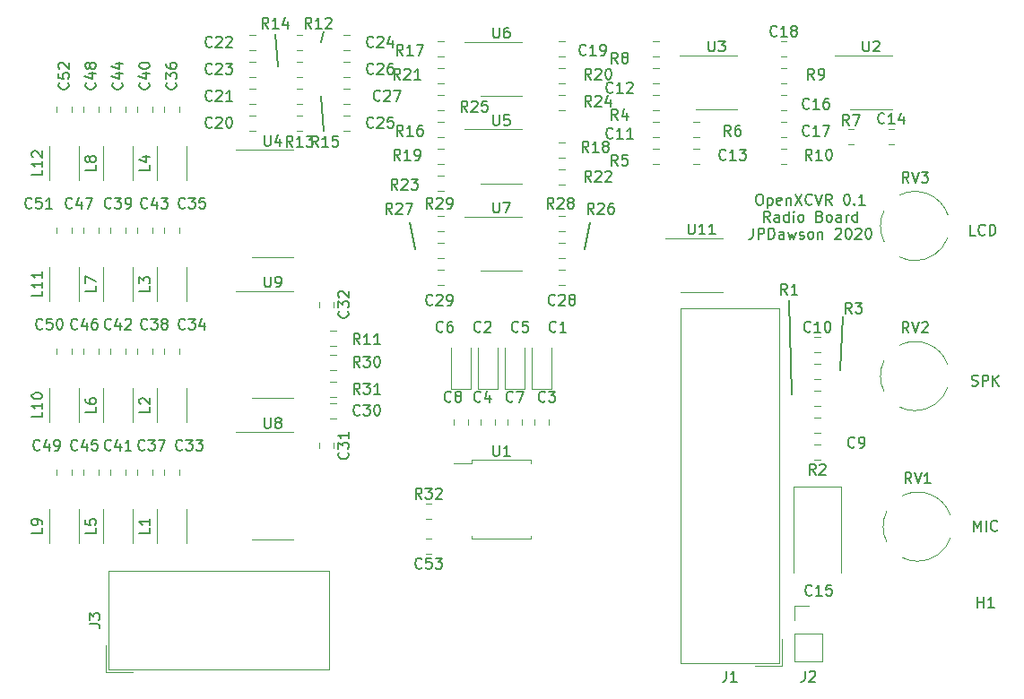
<source format=gto>
G04 #@! TF.GenerationSoftware,KiCad,Pcbnew,5.99.0-unknown-43514a1~86~ubuntu18.04.1*
G04 #@! TF.CreationDate,2020-02-15T13:45:35+00:00*
G04 #@! TF.ProjectId,RADIO,52414449-4f2e-46b6-9963-61645f706362,rev?*
G04 #@! TF.SameCoordinates,Original*
G04 #@! TF.FileFunction,Legend,Top*
G04 #@! TF.FilePolarity,Positive*
%FSLAX46Y46*%
G04 Gerber Fmt 4.6, Leading zero omitted, Abs format (unit mm)*
G04 Created by KiCad (PCBNEW 5.99.0-unknown-43514a1~86~ubuntu18.04.1) date 2020-02-15 13:45:35*
%MOMM*%
%LPD*%
G01*
G04 APERTURE LIST*
%ADD10C,0.150000*%
%ADD11C,0.120000*%
G04 APERTURE END LIST*
D10*
X162735238Y-72772380D02*
X162925714Y-72772380D01*
X163020952Y-72820000D01*
X163116190Y-72915238D01*
X163163809Y-73105714D01*
X163163809Y-73439047D01*
X163116190Y-73629523D01*
X163020952Y-73724761D01*
X162925714Y-73772380D01*
X162735238Y-73772380D01*
X162640000Y-73724761D01*
X162544761Y-73629523D01*
X162497142Y-73439047D01*
X162497142Y-73105714D01*
X162544761Y-72915238D01*
X162640000Y-72820000D01*
X162735238Y-72772380D01*
X163592380Y-73105714D02*
X163592380Y-74105714D01*
X163592380Y-73153333D02*
X163687619Y-73105714D01*
X163878095Y-73105714D01*
X163973333Y-73153333D01*
X164020952Y-73200952D01*
X164068571Y-73296190D01*
X164068571Y-73581904D01*
X164020952Y-73677142D01*
X163973333Y-73724761D01*
X163878095Y-73772380D01*
X163687619Y-73772380D01*
X163592380Y-73724761D01*
X164878095Y-73724761D02*
X164782857Y-73772380D01*
X164592380Y-73772380D01*
X164497142Y-73724761D01*
X164449523Y-73629523D01*
X164449523Y-73248571D01*
X164497142Y-73153333D01*
X164592380Y-73105714D01*
X164782857Y-73105714D01*
X164878095Y-73153333D01*
X164925714Y-73248571D01*
X164925714Y-73343809D01*
X164449523Y-73439047D01*
X165354285Y-73105714D02*
X165354285Y-73772380D01*
X165354285Y-73200952D02*
X165401904Y-73153333D01*
X165497142Y-73105714D01*
X165640000Y-73105714D01*
X165735238Y-73153333D01*
X165782857Y-73248571D01*
X165782857Y-73772380D01*
X166163809Y-72772380D02*
X166830476Y-73772380D01*
X166830476Y-72772380D02*
X166163809Y-73772380D01*
X167782857Y-73677142D02*
X167735238Y-73724761D01*
X167592380Y-73772380D01*
X167497142Y-73772380D01*
X167354285Y-73724761D01*
X167259047Y-73629523D01*
X167211428Y-73534285D01*
X167163809Y-73343809D01*
X167163809Y-73200952D01*
X167211428Y-73010476D01*
X167259047Y-72915238D01*
X167354285Y-72820000D01*
X167497142Y-72772380D01*
X167592380Y-72772380D01*
X167735238Y-72820000D01*
X167782857Y-72867619D01*
X168068571Y-72772380D02*
X168401904Y-73772380D01*
X168735238Y-72772380D01*
X169640000Y-73772380D02*
X169306666Y-73296190D01*
X169068571Y-73772380D02*
X169068571Y-72772380D01*
X169449523Y-72772380D01*
X169544761Y-72820000D01*
X169592380Y-72867619D01*
X169640000Y-72962857D01*
X169640000Y-73105714D01*
X169592380Y-73200952D01*
X169544761Y-73248571D01*
X169449523Y-73296190D01*
X169068571Y-73296190D01*
X171020952Y-72772380D02*
X171116190Y-72772380D01*
X171211428Y-72820000D01*
X171259047Y-72867619D01*
X171306666Y-72962857D01*
X171354285Y-73153333D01*
X171354285Y-73391428D01*
X171306666Y-73581904D01*
X171259047Y-73677142D01*
X171211428Y-73724761D01*
X171116190Y-73772380D01*
X171020952Y-73772380D01*
X170925714Y-73724761D01*
X170878095Y-73677142D01*
X170830476Y-73581904D01*
X170782857Y-73391428D01*
X170782857Y-73153333D01*
X170830476Y-72962857D01*
X170878095Y-72867619D01*
X170925714Y-72820000D01*
X171020952Y-72772380D01*
X171782857Y-73677142D02*
X171830476Y-73724761D01*
X171782857Y-73772380D01*
X171735238Y-73724761D01*
X171782857Y-73677142D01*
X171782857Y-73772380D01*
X172782857Y-73772380D02*
X172211428Y-73772380D01*
X172497142Y-73772380D02*
X172497142Y-72772380D01*
X172401904Y-72915238D01*
X172306666Y-73010476D01*
X172211428Y-73058095D01*
X163806666Y-75382380D02*
X163473333Y-74906190D01*
X163235238Y-75382380D02*
X163235238Y-74382380D01*
X163616190Y-74382380D01*
X163711428Y-74430000D01*
X163759047Y-74477619D01*
X163806666Y-74572857D01*
X163806666Y-74715714D01*
X163759047Y-74810952D01*
X163711428Y-74858571D01*
X163616190Y-74906190D01*
X163235238Y-74906190D01*
X164663809Y-75382380D02*
X164663809Y-74858571D01*
X164616190Y-74763333D01*
X164520952Y-74715714D01*
X164330476Y-74715714D01*
X164235238Y-74763333D01*
X164663809Y-75334761D02*
X164568571Y-75382380D01*
X164330476Y-75382380D01*
X164235238Y-75334761D01*
X164187619Y-75239523D01*
X164187619Y-75144285D01*
X164235238Y-75049047D01*
X164330476Y-75001428D01*
X164568571Y-75001428D01*
X164663809Y-74953809D01*
X165568571Y-75382380D02*
X165568571Y-74382380D01*
X165568571Y-75334761D02*
X165473333Y-75382380D01*
X165282857Y-75382380D01*
X165187619Y-75334761D01*
X165140000Y-75287142D01*
X165092380Y-75191904D01*
X165092380Y-74906190D01*
X165140000Y-74810952D01*
X165187619Y-74763333D01*
X165282857Y-74715714D01*
X165473333Y-74715714D01*
X165568571Y-74763333D01*
X166044761Y-75382380D02*
X166044761Y-74715714D01*
X166044761Y-74382380D02*
X165997142Y-74430000D01*
X166044761Y-74477619D01*
X166092380Y-74430000D01*
X166044761Y-74382380D01*
X166044761Y-74477619D01*
X166663809Y-75382380D02*
X166568571Y-75334761D01*
X166520952Y-75287142D01*
X166473333Y-75191904D01*
X166473333Y-74906190D01*
X166520952Y-74810952D01*
X166568571Y-74763333D01*
X166663809Y-74715714D01*
X166806666Y-74715714D01*
X166901904Y-74763333D01*
X166949523Y-74810952D01*
X166997142Y-74906190D01*
X166997142Y-75191904D01*
X166949523Y-75287142D01*
X166901904Y-75334761D01*
X166806666Y-75382380D01*
X166663809Y-75382380D01*
X168520952Y-74858571D02*
X168663809Y-74906190D01*
X168711428Y-74953809D01*
X168759047Y-75049047D01*
X168759047Y-75191904D01*
X168711428Y-75287142D01*
X168663809Y-75334761D01*
X168568571Y-75382380D01*
X168187619Y-75382380D01*
X168187619Y-74382380D01*
X168520952Y-74382380D01*
X168616190Y-74430000D01*
X168663809Y-74477619D01*
X168711428Y-74572857D01*
X168711428Y-74668095D01*
X168663809Y-74763333D01*
X168616190Y-74810952D01*
X168520952Y-74858571D01*
X168187619Y-74858571D01*
X169330476Y-75382380D02*
X169235238Y-75334761D01*
X169187619Y-75287142D01*
X169140000Y-75191904D01*
X169140000Y-74906190D01*
X169187619Y-74810952D01*
X169235238Y-74763333D01*
X169330476Y-74715714D01*
X169473333Y-74715714D01*
X169568571Y-74763333D01*
X169616190Y-74810952D01*
X169663809Y-74906190D01*
X169663809Y-75191904D01*
X169616190Y-75287142D01*
X169568571Y-75334761D01*
X169473333Y-75382380D01*
X169330476Y-75382380D01*
X170520952Y-75382380D02*
X170520952Y-74858571D01*
X170473333Y-74763333D01*
X170378095Y-74715714D01*
X170187619Y-74715714D01*
X170092380Y-74763333D01*
X170520952Y-75334761D02*
X170425714Y-75382380D01*
X170187619Y-75382380D01*
X170092380Y-75334761D01*
X170044761Y-75239523D01*
X170044761Y-75144285D01*
X170092380Y-75049047D01*
X170187619Y-75001428D01*
X170425714Y-75001428D01*
X170520952Y-74953809D01*
X170997142Y-75382380D02*
X170997142Y-74715714D01*
X170997142Y-74906190D02*
X171044761Y-74810952D01*
X171092380Y-74763333D01*
X171187619Y-74715714D01*
X171282857Y-74715714D01*
X172044761Y-75382380D02*
X172044761Y-74382380D01*
X172044761Y-75334761D02*
X171949523Y-75382380D01*
X171759047Y-75382380D01*
X171663809Y-75334761D01*
X171616190Y-75287142D01*
X171568571Y-75191904D01*
X171568571Y-74906190D01*
X171616190Y-74810952D01*
X171663809Y-74763333D01*
X171759047Y-74715714D01*
X171949523Y-74715714D01*
X172044761Y-74763333D01*
X162211428Y-75992380D02*
X162211428Y-76706666D01*
X162163809Y-76849523D01*
X162068571Y-76944761D01*
X161925714Y-76992380D01*
X161830476Y-76992380D01*
X162687619Y-76992380D02*
X162687619Y-75992380D01*
X163068571Y-75992380D01*
X163163809Y-76040000D01*
X163211428Y-76087619D01*
X163259047Y-76182857D01*
X163259047Y-76325714D01*
X163211428Y-76420952D01*
X163163809Y-76468571D01*
X163068571Y-76516190D01*
X162687619Y-76516190D01*
X163687619Y-76992380D02*
X163687619Y-75992380D01*
X163925714Y-75992380D01*
X164068571Y-76040000D01*
X164163809Y-76135238D01*
X164211428Y-76230476D01*
X164259047Y-76420952D01*
X164259047Y-76563809D01*
X164211428Y-76754285D01*
X164163809Y-76849523D01*
X164068571Y-76944761D01*
X163925714Y-76992380D01*
X163687619Y-76992380D01*
X165116190Y-76992380D02*
X165116190Y-76468571D01*
X165068571Y-76373333D01*
X164973333Y-76325714D01*
X164782857Y-76325714D01*
X164687619Y-76373333D01*
X165116190Y-76944761D02*
X165020952Y-76992380D01*
X164782857Y-76992380D01*
X164687619Y-76944761D01*
X164640000Y-76849523D01*
X164640000Y-76754285D01*
X164687619Y-76659047D01*
X164782857Y-76611428D01*
X165020952Y-76611428D01*
X165116190Y-76563809D01*
X165497142Y-76325714D02*
X165687619Y-76992380D01*
X165878095Y-76516190D01*
X166068571Y-76992380D01*
X166259047Y-76325714D01*
X166592380Y-76944761D02*
X166687619Y-76992380D01*
X166878095Y-76992380D01*
X166973333Y-76944761D01*
X167020952Y-76849523D01*
X167020952Y-76801904D01*
X166973333Y-76706666D01*
X166878095Y-76659047D01*
X166735238Y-76659047D01*
X166640000Y-76611428D01*
X166592380Y-76516190D01*
X166592380Y-76468571D01*
X166640000Y-76373333D01*
X166735238Y-76325714D01*
X166878095Y-76325714D01*
X166973333Y-76373333D01*
X167592380Y-76992380D02*
X167497142Y-76944761D01*
X167449523Y-76897142D01*
X167401904Y-76801904D01*
X167401904Y-76516190D01*
X167449523Y-76420952D01*
X167497142Y-76373333D01*
X167592380Y-76325714D01*
X167735238Y-76325714D01*
X167830476Y-76373333D01*
X167878095Y-76420952D01*
X167925714Y-76516190D01*
X167925714Y-76801904D01*
X167878095Y-76897142D01*
X167830476Y-76944761D01*
X167735238Y-76992380D01*
X167592380Y-76992380D01*
X168354285Y-76325714D02*
X168354285Y-76992380D01*
X168354285Y-76420952D02*
X168401904Y-76373333D01*
X168497142Y-76325714D01*
X168640000Y-76325714D01*
X168735238Y-76373333D01*
X168782857Y-76468571D01*
X168782857Y-76992380D01*
X169973333Y-76087619D02*
X170020952Y-76040000D01*
X170116190Y-75992380D01*
X170354285Y-75992380D01*
X170449523Y-76040000D01*
X170497142Y-76087619D01*
X170544761Y-76182857D01*
X170544761Y-76278095D01*
X170497142Y-76420952D01*
X169925714Y-76992380D01*
X170544761Y-76992380D01*
X171163809Y-75992380D02*
X171259047Y-75992380D01*
X171354285Y-76040000D01*
X171401904Y-76087619D01*
X171449523Y-76182857D01*
X171497142Y-76373333D01*
X171497142Y-76611428D01*
X171449523Y-76801904D01*
X171401904Y-76897142D01*
X171354285Y-76944761D01*
X171259047Y-76992380D01*
X171163809Y-76992380D01*
X171068571Y-76944761D01*
X171020952Y-76897142D01*
X170973333Y-76801904D01*
X170925714Y-76611428D01*
X170925714Y-76373333D01*
X170973333Y-76182857D01*
X171020952Y-76087619D01*
X171068571Y-76040000D01*
X171163809Y-75992380D01*
X171878095Y-76087619D02*
X171925714Y-76040000D01*
X172020952Y-75992380D01*
X172259047Y-75992380D01*
X172354285Y-76040000D01*
X172401904Y-76087619D01*
X172449523Y-76182857D01*
X172449523Y-76278095D01*
X172401904Y-76420952D01*
X171830476Y-76992380D01*
X172449523Y-76992380D01*
X173068571Y-75992380D02*
X173163809Y-75992380D01*
X173259047Y-76040000D01*
X173306666Y-76087619D01*
X173354285Y-76182857D01*
X173401904Y-76373333D01*
X173401904Y-76611428D01*
X173354285Y-76801904D01*
X173306666Y-76897142D01*
X173259047Y-76944761D01*
X173163809Y-76992380D01*
X173068571Y-76992380D01*
X172973333Y-76944761D01*
X172925714Y-76897142D01*
X172878095Y-76801904D01*
X172830476Y-76611428D01*
X172830476Y-76373333D01*
X172878095Y-76182857D01*
X172925714Y-76087619D01*
X172973333Y-76040000D01*
X173068571Y-75992380D01*
X183205523Y-76652380D02*
X182729333Y-76652380D01*
X182729333Y-75652380D01*
X184110285Y-76557142D02*
X184062666Y-76604761D01*
X183919809Y-76652380D01*
X183824571Y-76652380D01*
X183681714Y-76604761D01*
X183586476Y-76509523D01*
X183538857Y-76414285D01*
X183491238Y-76223809D01*
X183491238Y-76080952D01*
X183538857Y-75890476D01*
X183586476Y-75795238D01*
X183681714Y-75700000D01*
X183824571Y-75652380D01*
X183919809Y-75652380D01*
X184062666Y-75700000D01*
X184110285Y-75747619D01*
X184538857Y-76652380D02*
X184538857Y-75652380D01*
X184776952Y-75652380D01*
X184919809Y-75700000D01*
X185015047Y-75795238D01*
X185062666Y-75890476D01*
X185110285Y-76080952D01*
X185110285Y-76223809D01*
X185062666Y-76414285D01*
X185015047Y-76509523D01*
X184919809Y-76604761D01*
X184776952Y-76652380D01*
X184538857Y-76652380D01*
X182864285Y-90828761D02*
X183007142Y-90876380D01*
X183245238Y-90876380D01*
X183340476Y-90828761D01*
X183388095Y-90781142D01*
X183435714Y-90685904D01*
X183435714Y-90590666D01*
X183388095Y-90495428D01*
X183340476Y-90447809D01*
X183245238Y-90400190D01*
X183054761Y-90352571D01*
X182959523Y-90304952D01*
X182911904Y-90257333D01*
X182864285Y-90162095D01*
X182864285Y-90066857D01*
X182911904Y-89971619D01*
X182959523Y-89924000D01*
X183054761Y-89876380D01*
X183292857Y-89876380D01*
X183435714Y-89924000D01*
X183864285Y-90876380D02*
X183864285Y-89876380D01*
X184245238Y-89876380D01*
X184340476Y-89924000D01*
X184388095Y-89971619D01*
X184435714Y-90066857D01*
X184435714Y-90209714D01*
X184388095Y-90304952D01*
X184340476Y-90352571D01*
X184245238Y-90400190D01*
X183864285Y-90400190D01*
X184864285Y-90876380D02*
X184864285Y-89876380D01*
X185435714Y-90876380D02*
X185007142Y-90304952D01*
X185435714Y-89876380D02*
X184864285Y-90447809D01*
X183078571Y-104592380D02*
X183078571Y-103592380D01*
X183411904Y-104306666D01*
X183745238Y-103592380D01*
X183745238Y-104592380D01*
X184221428Y-104592380D02*
X184221428Y-103592380D01*
X185269047Y-104497142D02*
X185221428Y-104544761D01*
X185078571Y-104592380D01*
X184983333Y-104592380D01*
X184840476Y-104544761D01*
X184745238Y-104449523D01*
X184697619Y-104354285D01*
X184650000Y-104163809D01*
X184650000Y-104020952D01*
X184697619Y-103830476D01*
X184745238Y-103735238D01*
X184840476Y-103640000D01*
X184983333Y-103592380D01*
X185078571Y-103592380D01*
X185221428Y-103640000D01*
X185269047Y-103687619D01*
X170434000Y-89408000D02*
X170688000Y-84328000D01*
X165862000Y-91694000D02*
X165608000Y-82804000D01*
X146304000Y-77978000D02*
X146812000Y-75438000D01*
X129794000Y-75438000D02*
X130302000Y-77978000D01*
X121412000Y-58420000D02*
X121666000Y-57404000D01*
X117094000Y-57658000D02*
X117348000Y-60706000D01*
X121666000Y-66802000D02*
X121412000Y-63500000D01*
D11*
X131313422Y-103453000D02*
X131830578Y-103453000D01*
X131313422Y-102033000D02*
X131830578Y-102033000D01*
X131830578Y-105335000D02*
X131313422Y-105335000D01*
X131830578Y-106755000D02*
X131313422Y-106755000D01*
X116840000Y-68600000D02*
X113390000Y-68600000D01*
X116840000Y-68600000D02*
X118790000Y-68600000D01*
X116840000Y-78720000D02*
X114890000Y-78720000D01*
X116840000Y-78720000D02*
X118790000Y-78720000D01*
X158750000Y-59670000D02*
X155300000Y-59670000D01*
X158750000Y-59670000D02*
X160700000Y-59670000D01*
X158750000Y-64790000D02*
X156800000Y-64790000D01*
X158750000Y-64790000D02*
X160700000Y-64790000D01*
X138430000Y-74910000D02*
X134980000Y-74910000D01*
X138430000Y-74910000D02*
X140380000Y-74910000D01*
X138430000Y-80030000D02*
X136480000Y-80030000D01*
X138430000Y-80030000D02*
X140380000Y-80030000D01*
X138430000Y-58400000D02*
X134980000Y-58400000D01*
X138430000Y-58400000D02*
X140380000Y-58400000D01*
X138430000Y-63520000D02*
X136480000Y-63520000D01*
X138430000Y-63520000D02*
X140380000Y-63520000D01*
X122813578Y-93928000D02*
X122296422Y-93928000D01*
X122813578Y-92508000D02*
X122296422Y-92508000D01*
X180597846Y-76843608D02*
G75*
G02*
X177506000Y-79049000I-3091846J1064608D01*
G01*
X176022032Y-72865171D02*
G75*
G02*
X180598000Y-74715000I1483968J-2913829D01*
G01*
X174592613Y-77264202D02*
G75*
G02*
X174592000Y-74295000I2913387J1485202D01*
G01*
X177562863Y-79049075D02*
G75*
G02*
X176021000Y-78693000I-56863J3270075D01*
G01*
X180597846Y-91020608D02*
G75*
G02*
X177506000Y-93226000I-3091846J1064608D01*
G01*
X176022032Y-87042171D02*
G75*
G02*
X180598000Y-88892000I1483968J-2913829D01*
G01*
X174592613Y-91441202D02*
G75*
G02*
X174592000Y-88472000I2913387J1485202D01*
G01*
X177562863Y-93226075D02*
G75*
G02*
X176021000Y-92870000I-56863J3270075D01*
G01*
X180851846Y-105244608D02*
G75*
G02*
X177760000Y-107450000I-3091846J1064608D01*
G01*
X176276032Y-101266171D02*
G75*
G02*
X180852000Y-103116000I1483968J-2913829D01*
G01*
X174846613Y-105665202D02*
G75*
G02*
X174846000Y-102696000I2913387J1485202D01*
G01*
X177816863Y-107450075D02*
G75*
G02*
X176275000Y-107094000I-56863J3270075D01*
G01*
X157353000Y-76942000D02*
X153903000Y-76942000D01*
X157353000Y-76942000D02*
X159303000Y-76942000D01*
X157353000Y-82062000D02*
X155403000Y-82062000D01*
X157353000Y-82062000D02*
X159303000Y-82062000D01*
X135670000Y-98165000D02*
X133980000Y-98165000D01*
X135670000Y-97890000D02*
X135670000Y-98165000D01*
X138430000Y-97890000D02*
X135670000Y-97890000D01*
X141190000Y-97890000D02*
X141190000Y-98165000D01*
X138430000Y-97890000D02*
X141190000Y-97890000D01*
X135670000Y-105310000D02*
X135670000Y-105035000D01*
X138430000Y-105310000D02*
X135670000Y-105310000D01*
X141190000Y-105310000D02*
X141190000Y-105035000D01*
X138430000Y-105310000D02*
X141190000Y-105310000D01*
X171708578Y-66600000D02*
X171191422Y-66600000D01*
X171708578Y-68020000D02*
X171191422Y-68020000D01*
X122813578Y-90476000D02*
X122296422Y-90476000D01*
X122813578Y-91896000D02*
X122296422Y-91896000D01*
X101080000Y-117955000D02*
X101080000Y-115415000D01*
X101080000Y-117955000D02*
X103620000Y-117955000D01*
X101330000Y-117705000D02*
X101330000Y-108355000D01*
X122190000Y-117705000D02*
X101330000Y-117705000D01*
X122190000Y-108355000D02*
X122190000Y-117705000D01*
X101330000Y-108355000D02*
X122190000Y-108355000D01*
X116840000Y-81935000D02*
X113390000Y-81935000D01*
X116840000Y-81935000D02*
X118790000Y-81935000D01*
X116840000Y-92055000D02*
X114890000Y-92055000D01*
X116840000Y-92055000D02*
X118790000Y-92055000D01*
X116840000Y-95270000D02*
X113390000Y-95270000D01*
X116840000Y-95270000D02*
X118790000Y-95270000D01*
X116840000Y-105390000D02*
X114890000Y-105390000D01*
X116840000Y-105390000D02*
X118790000Y-105390000D01*
X173355000Y-59670000D02*
X169905000Y-59670000D01*
X173355000Y-59670000D02*
X175305000Y-59670000D01*
X173355000Y-64790000D02*
X171405000Y-64790000D01*
X173355000Y-64790000D02*
X175305000Y-64790000D01*
X138430000Y-66655000D02*
X134980000Y-66655000D01*
X138430000Y-66655000D02*
X140380000Y-66655000D01*
X138430000Y-71775000D02*
X136480000Y-71775000D01*
X138430000Y-71775000D02*
X140380000Y-71775000D01*
X122813578Y-87936000D02*
X122296422Y-87936000D01*
X122813578Y-89356000D02*
X122296422Y-89356000D01*
X164841422Y-69925000D02*
X165358578Y-69925000D01*
X164841422Y-68505000D02*
X165358578Y-68505000D01*
X165358578Y-60885000D02*
X164841422Y-60885000D01*
X165358578Y-62305000D02*
X164841422Y-62305000D01*
X152776422Y-59765000D02*
X153293578Y-59765000D01*
X152776422Y-58345000D02*
X153293578Y-58345000D01*
X156586422Y-67385000D02*
X157103578Y-67385000D01*
X156586422Y-65965000D02*
X157103578Y-65965000D01*
X152776422Y-69925000D02*
X153293578Y-69925000D01*
X152776422Y-68505000D02*
X153293578Y-68505000D01*
X153293578Y-63425000D02*
X152776422Y-63425000D01*
X153293578Y-64845000D02*
X152776422Y-64845000D01*
X168016422Y-90245000D02*
X168533578Y-90245000D01*
X168016422Y-88825000D02*
X168533578Y-88825000D01*
X168533578Y-96445000D02*
X168016422Y-96445000D01*
X168533578Y-97865000D02*
X168016422Y-97865000D01*
X168016422Y-92785000D02*
X168533578Y-92785000D01*
X168016422Y-91365000D02*
X168533578Y-91365000D01*
X132456422Y-76275000D02*
X132973578Y-76275000D01*
X132456422Y-74855000D02*
X132973578Y-74855000D01*
X144403578Y-74855000D02*
X143886422Y-74855000D01*
X144403578Y-76275000D02*
X143886422Y-76275000D01*
X132456422Y-78815000D02*
X132973578Y-78815000D01*
X132456422Y-77395000D02*
X132973578Y-77395000D01*
X144403578Y-77395000D02*
X143886422Y-77395000D01*
X144403578Y-78815000D02*
X143886422Y-78815000D01*
X132456422Y-64845000D02*
X132973578Y-64845000D01*
X132456422Y-63425000D02*
X132973578Y-63425000D01*
X143886422Y-64845000D02*
X144403578Y-64845000D01*
X143886422Y-63425000D02*
X144403578Y-63425000D01*
X132456422Y-72465000D02*
X132973578Y-72465000D01*
X132456422Y-71045000D02*
X132973578Y-71045000D01*
X143886422Y-71830000D02*
X144403578Y-71830000D01*
X143886422Y-70410000D02*
X144403578Y-70410000D01*
X132456422Y-62305000D02*
X132973578Y-62305000D01*
X132456422Y-60885000D02*
X132973578Y-60885000D01*
X143886422Y-62305000D02*
X144403578Y-62305000D01*
X143886422Y-60885000D02*
X144403578Y-60885000D01*
X132456422Y-69925000D02*
X132973578Y-69925000D01*
X132456422Y-68505000D02*
X132973578Y-68505000D01*
X143886422Y-69290000D02*
X144403578Y-69290000D01*
X143886422Y-67870000D02*
X144403578Y-67870000D01*
X132456422Y-59765000D02*
X132973578Y-59765000D01*
X132456422Y-58345000D02*
X132973578Y-58345000D01*
X132456422Y-67385000D02*
X132973578Y-67385000D01*
X132456422Y-65965000D02*
X132973578Y-65965000D01*
X119121422Y-64210000D02*
X119638578Y-64210000D01*
X119121422Y-62790000D02*
X119638578Y-62790000D01*
X119638578Y-60250000D02*
X119121422Y-60250000D01*
X119638578Y-61670000D02*
X119121422Y-61670000D01*
X119121422Y-66750000D02*
X119638578Y-66750000D01*
X119121422Y-65330000D02*
X119638578Y-65330000D01*
X119638578Y-57710000D02*
X119121422Y-57710000D01*
X119638578Y-59130000D02*
X119121422Y-59130000D01*
X122296422Y-87070000D02*
X122813578Y-87070000D01*
X122296422Y-85650000D02*
X122813578Y-85650000D01*
X95795000Y-71450000D02*
X95795000Y-68250000D01*
X98515000Y-68250000D02*
X98515000Y-71450000D01*
X95795000Y-82880000D02*
X95795000Y-79680000D01*
X98515000Y-79680000D02*
X98515000Y-82880000D01*
X95795000Y-94310000D02*
X95795000Y-91110000D01*
X98515000Y-91110000D02*
X98515000Y-94310000D01*
X95795000Y-105740000D02*
X95795000Y-102540000D01*
X98515000Y-102540000D02*
X98515000Y-105740000D01*
X103595000Y-68250000D02*
X103595000Y-71450000D01*
X100875000Y-71450000D02*
X100875000Y-68250000D01*
X103595000Y-79680000D02*
X103595000Y-82880000D01*
X100875000Y-82880000D02*
X100875000Y-79680000D01*
X103595000Y-91110000D02*
X103595000Y-94310000D01*
X100875000Y-94310000D02*
X100875000Y-91110000D01*
X103595000Y-102540000D02*
X103595000Y-105740000D01*
X100875000Y-105740000D02*
X100875000Y-102540000D01*
X105955000Y-71450000D02*
X105955000Y-68250000D01*
X108675000Y-68250000D02*
X108675000Y-71450000D01*
X105955000Y-82880000D02*
X105955000Y-79680000D01*
X108675000Y-79680000D02*
X108675000Y-82880000D01*
X105955000Y-94310000D02*
X105955000Y-91110000D01*
X108675000Y-91110000D02*
X108675000Y-94310000D01*
X105955000Y-105740000D02*
X105955000Y-102540000D01*
X108675000Y-102540000D02*
X108675000Y-105740000D01*
X166105000Y-111700000D02*
X167435000Y-111700000D01*
X166105000Y-113030000D02*
X166105000Y-111700000D01*
X166105000Y-114300000D02*
X168765000Y-114300000D01*
X168765000Y-114300000D02*
X168765000Y-116900000D01*
X166105000Y-114300000D02*
X166105000Y-116900000D01*
X166105000Y-116900000D02*
X168765000Y-116900000D01*
X164945000Y-117360000D02*
X162405000Y-117360000D01*
X164945000Y-117360000D02*
X164945000Y-114820000D01*
X164695000Y-117110000D02*
X155345000Y-117110000D01*
X164695000Y-83550000D02*
X164695000Y-117110000D01*
X155345000Y-83550000D02*
X164695000Y-83550000D01*
X155345000Y-117110000D02*
X155345000Y-83550000D01*
X97865000Y-65028578D02*
X97865000Y-64511422D01*
X96445000Y-65028578D02*
X96445000Y-64511422D01*
X97865000Y-76458578D02*
X97865000Y-75941422D01*
X96445000Y-76458578D02*
X96445000Y-75941422D01*
X97865000Y-87888578D02*
X97865000Y-87371422D01*
X96445000Y-87888578D02*
X96445000Y-87371422D01*
X97865000Y-99318578D02*
X97865000Y-98801422D01*
X96445000Y-99318578D02*
X96445000Y-98801422D01*
X100405000Y-65028578D02*
X100405000Y-64511422D01*
X98985000Y-65028578D02*
X98985000Y-64511422D01*
X100405000Y-76458578D02*
X100405000Y-75941422D01*
X98985000Y-76458578D02*
X98985000Y-75941422D01*
X100405000Y-87888578D02*
X100405000Y-87371422D01*
X98985000Y-87888578D02*
X98985000Y-87371422D01*
X100405000Y-99318578D02*
X100405000Y-98801422D01*
X98985000Y-99318578D02*
X98985000Y-98801422D01*
X101525000Y-64511422D02*
X101525000Y-65028578D01*
X102945000Y-64511422D02*
X102945000Y-65028578D01*
X101525000Y-75941422D02*
X101525000Y-76458578D01*
X102945000Y-75941422D02*
X102945000Y-76458578D01*
X101525000Y-87371422D02*
X101525000Y-87888578D01*
X102945000Y-87371422D02*
X102945000Y-87888578D01*
X101525000Y-98801422D02*
X101525000Y-99318578D01*
X102945000Y-98801422D02*
X102945000Y-99318578D01*
X105485000Y-65028578D02*
X105485000Y-64511422D01*
X104065000Y-65028578D02*
X104065000Y-64511422D01*
X105485000Y-76458578D02*
X105485000Y-75941422D01*
X104065000Y-76458578D02*
X104065000Y-75941422D01*
X105485000Y-87888578D02*
X105485000Y-87371422D01*
X104065000Y-87888578D02*
X104065000Y-87371422D01*
X105485000Y-99318578D02*
X105485000Y-98801422D01*
X104065000Y-99318578D02*
X104065000Y-98801422D01*
X106605000Y-64511422D02*
X106605000Y-65028578D01*
X108025000Y-64511422D02*
X108025000Y-65028578D01*
X106605000Y-75941422D02*
X106605000Y-76458578D01*
X108025000Y-75941422D02*
X108025000Y-76458578D01*
X106605000Y-87371422D02*
X106605000Y-87888578D01*
X108025000Y-87371422D02*
X108025000Y-87888578D01*
X106605000Y-98801422D02*
X106605000Y-99318578D01*
X108025000Y-98801422D02*
X108025000Y-99318578D01*
X121210000Y-82926422D02*
X121210000Y-83443578D01*
X122630000Y-82926422D02*
X122630000Y-83443578D01*
X121210000Y-96261422D02*
X121210000Y-96778578D01*
X122630000Y-96261422D02*
X122630000Y-96778578D01*
X135330000Y-94571078D02*
X135330000Y-94053922D01*
X133910000Y-94571078D02*
X133910000Y-94053922D01*
X140410000Y-94571078D02*
X140410000Y-94053922D01*
X138990000Y-94571078D02*
X138990000Y-94053922D01*
X135555000Y-91210000D02*
X135555000Y-87300000D01*
X133685000Y-91210000D02*
X135555000Y-91210000D01*
X133685000Y-87300000D02*
X133685000Y-91210000D01*
X140635000Y-91210000D02*
X140635000Y-87300000D01*
X138765000Y-91210000D02*
X140635000Y-91210000D01*
X138765000Y-87300000D02*
X138765000Y-91210000D01*
X137870000Y-94571078D02*
X137870000Y-94053922D01*
X136450000Y-94571078D02*
X136450000Y-94053922D01*
X142950000Y-94571078D02*
X142950000Y-94053922D01*
X141530000Y-94571078D02*
X141530000Y-94053922D01*
X138095000Y-91210000D02*
X138095000Y-87300000D01*
X136225000Y-91210000D02*
X138095000Y-91210000D01*
X136225000Y-87300000D02*
X136225000Y-91210000D01*
X143175000Y-91210000D02*
X143175000Y-87300000D01*
X141305000Y-91210000D02*
X143175000Y-91210000D01*
X141305000Y-87300000D02*
X141305000Y-91210000D01*
X164841422Y-59765000D02*
X165358578Y-59765000D01*
X164841422Y-58345000D02*
X165358578Y-58345000D01*
X164841422Y-67385000D02*
X165358578Y-67385000D01*
X164841422Y-65965000D02*
X165358578Y-65965000D01*
X165358578Y-63425000D02*
X164841422Y-63425000D01*
X165358578Y-64845000D02*
X164841422Y-64845000D01*
X166015000Y-100427500D02*
X166015000Y-108487500D01*
X170535000Y-100427500D02*
X166015000Y-100427500D01*
X170535000Y-108487500D02*
X170535000Y-100427500D01*
X175001422Y-68020000D02*
X175518578Y-68020000D01*
X175001422Y-66600000D02*
X175518578Y-66600000D01*
X157103578Y-68505000D02*
X156586422Y-68505000D01*
X157103578Y-69925000D02*
X156586422Y-69925000D01*
X153293578Y-60885000D02*
X152776422Y-60885000D01*
X153293578Y-62305000D02*
X152776422Y-62305000D01*
X152776422Y-67385000D02*
X153293578Y-67385000D01*
X152776422Y-65965000D02*
X153293578Y-65965000D01*
X168016422Y-87705000D02*
X168533578Y-87705000D01*
X168016422Y-86285000D02*
X168533578Y-86285000D01*
X168533578Y-93905000D02*
X168016422Y-93905000D01*
X168533578Y-95325000D02*
X168016422Y-95325000D01*
X132456422Y-81355000D02*
X132973578Y-81355000D01*
X132456422Y-79935000D02*
X132973578Y-79935000D01*
X143886422Y-81355000D02*
X144403578Y-81355000D01*
X143886422Y-79935000D02*
X144403578Y-79935000D01*
X123566422Y-64210000D02*
X124083578Y-64210000D01*
X123566422Y-62790000D02*
X124083578Y-62790000D01*
X123566422Y-61670000D02*
X124083578Y-61670000D01*
X123566422Y-60250000D02*
X124083578Y-60250000D01*
X123566422Y-66750000D02*
X124083578Y-66750000D01*
X123566422Y-65330000D02*
X124083578Y-65330000D01*
X123566422Y-59130000D02*
X124083578Y-59130000D01*
X123566422Y-57710000D02*
X124083578Y-57710000D01*
X114676422Y-61670000D02*
X115193578Y-61670000D01*
X114676422Y-60250000D02*
X115193578Y-60250000D01*
X114676422Y-59130000D02*
X115193578Y-59130000D01*
X114676422Y-57710000D02*
X115193578Y-57710000D01*
X115193578Y-62790000D02*
X114676422Y-62790000D01*
X115193578Y-64210000D02*
X114676422Y-64210000D01*
X115193578Y-65330000D02*
X114676422Y-65330000D01*
X115193578Y-66750000D02*
X114676422Y-66750000D01*
X143886422Y-59765000D02*
X144403578Y-59765000D01*
X143886422Y-58345000D02*
X144403578Y-58345000D01*
D10*
X130929142Y-101545380D02*
X130595809Y-101069190D01*
X130357714Y-101545380D02*
X130357714Y-100545380D01*
X130738666Y-100545380D01*
X130833904Y-100593000D01*
X130881523Y-100640619D01*
X130929142Y-100735857D01*
X130929142Y-100878714D01*
X130881523Y-100973952D01*
X130833904Y-101021571D01*
X130738666Y-101069190D01*
X130357714Y-101069190D01*
X131262476Y-100545380D02*
X131881523Y-100545380D01*
X131548190Y-100926333D01*
X131691047Y-100926333D01*
X131786285Y-100973952D01*
X131833904Y-101021571D01*
X131881523Y-101116809D01*
X131881523Y-101354904D01*
X131833904Y-101450142D01*
X131786285Y-101497761D01*
X131691047Y-101545380D01*
X131405333Y-101545380D01*
X131310095Y-101497761D01*
X131262476Y-101450142D01*
X132262476Y-100640619D02*
X132310095Y-100593000D01*
X132405333Y-100545380D01*
X132643428Y-100545380D01*
X132738666Y-100593000D01*
X132786285Y-100640619D01*
X132833904Y-100735857D01*
X132833904Y-100831095D01*
X132786285Y-100973952D01*
X132214857Y-101545380D01*
X132833904Y-101545380D01*
X130929142Y-108052142D02*
X130881523Y-108099761D01*
X130738666Y-108147380D01*
X130643428Y-108147380D01*
X130500571Y-108099761D01*
X130405333Y-108004523D01*
X130357714Y-107909285D01*
X130310095Y-107718809D01*
X130310095Y-107575952D01*
X130357714Y-107385476D01*
X130405333Y-107290238D01*
X130500571Y-107195000D01*
X130643428Y-107147380D01*
X130738666Y-107147380D01*
X130881523Y-107195000D01*
X130929142Y-107242619D01*
X131833904Y-107147380D02*
X131357714Y-107147380D01*
X131310095Y-107623571D01*
X131357714Y-107575952D01*
X131452952Y-107528333D01*
X131691047Y-107528333D01*
X131786285Y-107575952D01*
X131833904Y-107623571D01*
X131881523Y-107718809D01*
X131881523Y-107956904D01*
X131833904Y-108052142D01*
X131786285Y-108099761D01*
X131691047Y-108147380D01*
X131452952Y-108147380D01*
X131357714Y-108099761D01*
X131310095Y-108052142D01*
X132214857Y-107147380D02*
X132833904Y-107147380D01*
X132500571Y-107528333D01*
X132643428Y-107528333D01*
X132738666Y-107575952D01*
X132786285Y-107623571D01*
X132833904Y-107718809D01*
X132833904Y-107956904D01*
X132786285Y-108052142D01*
X132738666Y-108099761D01*
X132643428Y-108147380D01*
X132357714Y-108147380D01*
X132262476Y-108099761D01*
X132214857Y-108052142D01*
X116078095Y-67212380D02*
X116078095Y-68021904D01*
X116125714Y-68117142D01*
X116173333Y-68164761D01*
X116268571Y-68212380D01*
X116459047Y-68212380D01*
X116554285Y-68164761D01*
X116601904Y-68117142D01*
X116649523Y-68021904D01*
X116649523Y-67212380D01*
X117554285Y-67545714D02*
X117554285Y-68212380D01*
X117316190Y-67164761D02*
X117078095Y-67879047D01*
X117697142Y-67879047D01*
X157988095Y-58282380D02*
X157988095Y-59091904D01*
X158035714Y-59187142D01*
X158083333Y-59234761D01*
X158178571Y-59282380D01*
X158369047Y-59282380D01*
X158464285Y-59234761D01*
X158511904Y-59187142D01*
X158559523Y-59091904D01*
X158559523Y-58282380D01*
X158940476Y-58282380D02*
X159559523Y-58282380D01*
X159226190Y-58663333D01*
X159369047Y-58663333D01*
X159464285Y-58710952D01*
X159511904Y-58758571D01*
X159559523Y-58853809D01*
X159559523Y-59091904D01*
X159511904Y-59187142D01*
X159464285Y-59234761D01*
X159369047Y-59282380D01*
X159083333Y-59282380D01*
X158988095Y-59234761D01*
X158940476Y-59187142D01*
X137668095Y-73522380D02*
X137668095Y-74331904D01*
X137715714Y-74427142D01*
X137763333Y-74474761D01*
X137858571Y-74522380D01*
X138049047Y-74522380D01*
X138144285Y-74474761D01*
X138191904Y-74427142D01*
X138239523Y-74331904D01*
X138239523Y-73522380D01*
X138620476Y-73522380D02*
X139287142Y-73522380D01*
X138858571Y-74522380D01*
X137668095Y-57012380D02*
X137668095Y-57821904D01*
X137715714Y-57917142D01*
X137763333Y-57964761D01*
X137858571Y-58012380D01*
X138049047Y-58012380D01*
X138144285Y-57964761D01*
X138191904Y-57917142D01*
X138239523Y-57821904D01*
X138239523Y-57012380D01*
X139144285Y-57012380D02*
X138953809Y-57012380D01*
X138858571Y-57060000D01*
X138810952Y-57107619D01*
X138715714Y-57250476D01*
X138668095Y-57440952D01*
X138668095Y-57821904D01*
X138715714Y-57917142D01*
X138763333Y-57964761D01*
X138858571Y-58012380D01*
X139049047Y-58012380D01*
X139144285Y-57964761D01*
X139191904Y-57917142D01*
X139239523Y-57821904D01*
X139239523Y-57583809D01*
X139191904Y-57488571D01*
X139144285Y-57440952D01*
X139049047Y-57393333D01*
X138858571Y-57393333D01*
X138763333Y-57440952D01*
X138715714Y-57488571D01*
X138668095Y-57583809D01*
X125087142Y-93575142D02*
X125039523Y-93622761D01*
X124896666Y-93670380D01*
X124801428Y-93670380D01*
X124658571Y-93622761D01*
X124563333Y-93527523D01*
X124515714Y-93432285D01*
X124468095Y-93241809D01*
X124468095Y-93098952D01*
X124515714Y-92908476D01*
X124563333Y-92813238D01*
X124658571Y-92718000D01*
X124801428Y-92670380D01*
X124896666Y-92670380D01*
X125039523Y-92718000D01*
X125087142Y-92765619D01*
X125420476Y-92670380D02*
X126039523Y-92670380D01*
X125706190Y-93051333D01*
X125849047Y-93051333D01*
X125944285Y-93098952D01*
X125991904Y-93146571D01*
X126039523Y-93241809D01*
X126039523Y-93479904D01*
X125991904Y-93575142D01*
X125944285Y-93622761D01*
X125849047Y-93670380D01*
X125563333Y-93670380D01*
X125468095Y-93622761D01*
X125420476Y-93575142D01*
X126658571Y-92670380D02*
X126753809Y-92670380D01*
X126849047Y-92718000D01*
X126896666Y-92765619D01*
X126944285Y-92860857D01*
X126991904Y-93051333D01*
X126991904Y-93289428D01*
X126944285Y-93479904D01*
X126896666Y-93575142D01*
X126849047Y-93622761D01*
X126753809Y-93670380D01*
X126658571Y-93670380D01*
X126563333Y-93622761D01*
X126515714Y-93575142D01*
X126468095Y-93479904D01*
X126420476Y-93289428D01*
X126420476Y-93051333D01*
X126468095Y-92860857D01*
X126515714Y-92765619D01*
X126563333Y-92718000D01*
X126658571Y-92670380D01*
X176910761Y-71671380D02*
X176577428Y-71195190D01*
X176339333Y-71671380D02*
X176339333Y-70671380D01*
X176720285Y-70671380D01*
X176815523Y-70719000D01*
X176863142Y-70766619D01*
X176910761Y-70861857D01*
X176910761Y-71004714D01*
X176863142Y-71099952D01*
X176815523Y-71147571D01*
X176720285Y-71195190D01*
X176339333Y-71195190D01*
X177196476Y-70671380D02*
X177529809Y-71671380D01*
X177863142Y-70671380D01*
X178101238Y-70671380D02*
X178720285Y-70671380D01*
X178386952Y-71052333D01*
X178529809Y-71052333D01*
X178625047Y-71099952D01*
X178672666Y-71147571D01*
X178720285Y-71242809D01*
X178720285Y-71480904D01*
X178672666Y-71576142D01*
X178625047Y-71623761D01*
X178529809Y-71671380D01*
X178244095Y-71671380D01*
X178148857Y-71623761D01*
X178101238Y-71576142D01*
X176910761Y-85848380D02*
X176577428Y-85372190D01*
X176339333Y-85848380D02*
X176339333Y-84848380D01*
X176720285Y-84848380D01*
X176815523Y-84896000D01*
X176863142Y-84943619D01*
X176910761Y-85038857D01*
X176910761Y-85181714D01*
X176863142Y-85276952D01*
X176815523Y-85324571D01*
X176720285Y-85372190D01*
X176339333Y-85372190D01*
X177196476Y-84848380D02*
X177529809Y-85848380D01*
X177863142Y-84848380D01*
X178148857Y-84943619D02*
X178196476Y-84896000D01*
X178291714Y-84848380D01*
X178529809Y-84848380D01*
X178625047Y-84896000D01*
X178672666Y-84943619D01*
X178720285Y-85038857D01*
X178720285Y-85134095D01*
X178672666Y-85276952D01*
X178101238Y-85848380D01*
X178720285Y-85848380D01*
X177164761Y-100072380D02*
X176831428Y-99596190D01*
X176593333Y-100072380D02*
X176593333Y-99072380D01*
X176974285Y-99072380D01*
X177069523Y-99120000D01*
X177117142Y-99167619D01*
X177164761Y-99262857D01*
X177164761Y-99405714D01*
X177117142Y-99500952D01*
X177069523Y-99548571D01*
X176974285Y-99596190D01*
X176593333Y-99596190D01*
X177450476Y-99072380D02*
X177783809Y-100072380D01*
X178117142Y-99072380D01*
X178974285Y-100072380D02*
X178402857Y-100072380D01*
X178688571Y-100072380D02*
X178688571Y-99072380D01*
X178593333Y-99215238D01*
X178498095Y-99310476D01*
X178402857Y-99358095D01*
X156114904Y-75554380D02*
X156114904Y-76363904D01*
X156162523Y-76459142D01*
X156210142Y-76506761D01*
X156305380Y-76554380D01*
X156495857Y-76554380D01*
X156591095Y-76506761D01*
X156638714Y-76459142D01*
X156686333Y-76363904D01*
X156686333Y-75554380D01*
X157686333Y-76554380D02*
X157114904Y-76554380D01*
X157400619Y-76554380D02*
X157400619Y-75554380D01*
X157305380Y-75697238D01*
X157210142Y-75792476D01*
X157114904Y-75840095D01*
X158638714Y-76554380D02*
X158067285Y-76554380D01*
X158353000Y-76554380D02*
X158353000Y-75554380D01*
X158257761Y-75697238D01*
X158162523Y-75792476D01*
X158067285Y-75840095D01*
X137668095Y-96502380D02*
X137668095Y-97311904D01*
X137715714Y-97407142D01*
X137763333Y-97454761D01*
X137858571Y-97502380D01*
X138049047Y-97502380D01*
X138144285Y-97454761D01*
X138191904Y-97407142D01*
X138239523Y-97311904D01*
X138239523Y-96502380D01*
X139239523Y-97502380D02*
X138668095Y-97502380D01*
X138953809Y-97502380D02*
X138953809Y-96502380D01*
X138858571Y-96645238D01*
X138763333Y-96740476D01*
X138668095Y-96788095D01*
X171283333Y-66238380D02*
X170950000Y-65762190D01*
X170711904Y-66238380D02*
X170711904Y-65238380D01*
X171092857Y-65238380D01*
X171188095Y-65286000D01*
X171235714Y-65333619D01*
X171283333Y-65428857D01*
X171283333Y-65571714D01*
X171235714Y-65666952D01*
X171188095Y-65714571D01*
X171092857Y-65762190D01*
X170711904Y-65762190D01*
X171616666Y-65238380D02*
X172283333Y-65238380D01*
X171854761Y-66238380D01*
X183388095Y-111822380D02*
X183388095Y-110822380D01*
X183388095Y-111298571D02*
X183959523Y-111298571D01*
X183959523Y-111822380D02*
X183959523Y-110822380D01*
X184959523Y-111822380D02*
X184388095Y-111822380D01*
X184673809Y-111822380D02*
X184673809Y-110822380D01*
X184578571Y-110965238D01*
X184483333Y-111060476D01*
X184388095Y-111108095D01*
X125087142Y-91638380D02*
X124753809Y-91162190D01*
X124515714Y-91638380D02*
X124515714Y-90638380D01*
X124896666Y-90638380D01*
X124991904Y-90686000D01*
X125039523Y-90733619D01*
X125087142Y-90828857D01*
X125087142Y-90971714D01*
X125039523Y-91066952D01*
X124991904Y-91114571D01*
X124896666Y-91162190D01*
X124515714Y-91162190D01*
X125420476Y-90638380D02*
X126039523Y-90638380D01*
X125706190Y-91019333D01*
X125849047Y-91019333D01*
X125944285Y-91066952D01*
X125991904Y-91114571D01*
X126039523Y-91209809D01*
X126039523Y-91447904D01*
X125991904Y-91543142D01*
X125944285Y-91590761D01*
X125849047Y-91638380D01*
X125563333Y-91638380D01*
X125468095Y-91590761D01*
X125420476Y-91543142D01*
X126991904Y-91638380D02*
X126420476Y-91638380D01*
X126706190Y-91638380D02*
X126706190Y-90638380D01*
X126610952Y-90781238D01*
X126515714Y-90876476D01*
X126420476Y-90924095D01*
X99528380Y-113363333D02*
X100242666Y-113363333D01*
X100385523Y-113410952D01*
X100480761Y-113506190D01*
X100528380Y-113649047D01*
X100528380Y-113744285D01*
X99528380Y-112982380D02*
X99528380Y-112363333D01*
X99909333Y-112696666D01*
X99909333Y-112553809D01*
X99956952Y-112458571D01*
X100004571Y-112410952D01*
X100099809Y-112363333D01*
X100337904Y-112363333D01*
X100433142Y-112410952D01*
X100480761Y-112458571D01*
X100528380Y-112553809D01*
X100528380Y-112839523D01*
X100480761Y-112934761D01*
X100433142Y-112982380D01*
X116078095Y-80547380D02*
X116078095Y-81356904D01*
X116125714Y-81452142D01*
X116173333Y-81499761D01*
X116268571Y-81547380D01*
X116459047Y-81547380D01*
X116554285Y-81499761D01*
X116601904Y-81452142D01*
X116649523Y-81356904D01*
X116649523Y-80547380D01*
X117173333Y-81547380D02*
X117363809Y-81547380D01*
X117459047Y-81499761D01*
X117506666Y-81452142D01*
X117601904Y-81309285D01*
X117649523Y-81118809D01*
X117649523Y-80737857D01*
X117601904Y-80642619D01*
X117554285Y-80595000D01*
X117459047Y-80547380D01*
X117268571Y-80547380D01*
X117173333Y-80595000D01*
X117125714Y-80642619D01*
X117078095Y-80737857D01*
X117078095Y-80975952D01*
X117125714Y-81071190D01*
X117173333Y-81118809D01*
X117268571Y-81166428D01*
X117459047Y-81166428D01*
X117554285Y-81118809D01*
X117601904Y-81071190D01*
X117649523Y-80975952D01*
X116078095Y-93882380D02*
X116078095Y-94691904D01*
X116125714Y-94787142D01*
X116173333Y-94834761D01*
X116268571Y-94882380D01*
X116459047Y-94882380D01*
X116554285Y-94834761D01*
X116601904Y-94787142D01*
X116649523Y-94691904D01*
X116649523Y-93882380D01*
X117268571Y-94310952D02*
X117173333Y-94263333D01*
X117125714Y-94215714D01*
X117078095Y-94120476D01*
X117078095Y-94072857D01*
X117125714Y-93977619D01*
X117173333Y-93930000D01*
X117268571Y-93882380D01*
X117459047Y-93882380D01*
X117554285Y-93930000D01*
X117601904Y-93977619D01*
X117649523Y-94072857D01*
X117649523Y-94120476D01*
X117601904Y-94215714D01*
X117554285Y-94263333D01*
X117459047Y-94310952D01*
X117268571Y-94310952D01*
X117173333Y-94358571D01*
X117125714Y-94406190D01*
X117078095Y-94501428D01*
X117078095Y-94691904D01*
X117125714Y-94787142D01*
X117173333Y-94834761D01*
X117268571Y-94882380D01*
X117459047Y-94882380D01*
X117554285Y-94834761D01*
X117601904Y-94787142D01*
X117649523Y-94691904D01*
X117649523Y-94501428D01*
X117601904Y-94406190D01*
X117554285Y-94358571D01*
X117459047Y-94310952D01*
X172593095Y-58282380D02*
X172593095Y-59091904D01*
X172640714Y-59187142D01*
X172688333Y-59234761D01*
X172783571Y-59282380D01*
X172974047Y-59282380D01*
X173069285Y-59234761D01*
X173116904Y-59187142D01*
X173164523Y-59091904D01*
X173164523Y-58282380D01*
X173593095Y-58377619D02*
X173640714Y-58330000D01*
X173735952Y-58282380D01*
X173974047Y-58282380D01*
X174069285Y-58330000D01*
X174116904Y-58377619D01*
X174164523Y-58472857D01*
X174164523Y-58568095D01*
X174116904Y-58710952D01*
X173545476Y-59282380D01*
X174164523Y-59282380D01*
X137668095Y-65267380D02*
X137668095Y-66076904D01*
X137715714Y-66172142D01*
X137763333Y-66219761D01*
X137858571Y-66267380D01*
X138049047Y-66267380D01*
X138144285Y-66219761D01*
X138191904Y-66172142D01*
X138239523Y-66076904D01*
X138239523Y-65267380D01*
X139191904Y-65267380D02*
X138715714Y-65267380D01*
X138668095Y-65743571D01*
X138715714Y-65695952D01*
X138810952Y-65648333D01*
X139049047Y-65648333D01*
X139144285Y-65695952D01*
X139191904Y-65743571D01*
X139239523Y-65838809D01*
X139239523Y-66076904D01*
X139191904Y-66172142D01*
X139144285Y-66219761D01*
X139049047Y-66267380D01*
X138810952Y-66267380D01*
X138715714Y-66219761D01*
X138668095Y-66172142D01*
X125087142Y-89098380D02*
X124753809Y-88622190D01*
X124515714Y-89098380D02*
X124515714Y-88098380D01*
X124896666Y-88098380D01*
X124991904Y-88146000D01*
X125039523Y-88193619D01*
X125087142Y-88288857D01*
X125087142Y-88431714D01*
X125039523Y-88526952D01*
X124991904Y-88574571D01*
X124896666Y-88622190D01*
X124515714Y-88622190D01*
X125420476Y-88098380D02*
X126039523Y-88098380D01*
X125706190Y-88479333D01*
X125849047Y-88479333D01*
X125944285Y-88526952D01*
X125991904Y-88574571D01*
X126039523Y-88669809D01*
X126039523Y-88907904D01*
X125991904Y-89003142D01*
X125944285Y-89050761D01*
X125849047Y-89098380D01*
X125563333Y-89098380D01*
X125468095Y-89050761D01*
X125420476Y-89003142D01*
X126658571Y-88098380D02*
X126753809Y-88098380D01*
X126849047Y-88146000D01*
X126896666Y-88193619D01*
X126944285Y-88288857D01*
X126991904Y-88479333D01*
X126991904Y-88717428D01*
X126944285Y-88907904D01*
X126896666Y-89003142D01*
X126849047Y-89050761D01*
X126753809Y-89098380D01*
X126658571Y-89098380D01*
X126563333Y-89050761D01*
X126515714Y-89003142D01*
X126468095Y-88907904D01*
X126420476Y-88717428D01*
X126420476Y-88479333D01*
X126468095Y-88288857D01*
X126515714Y-88193619D01*
X126563333Y-88146000D01*
X126658571Y-88098380D01*
X167759142Y-69540380D02*
X167425809Y-69064190D01*
X167187714Y-69540380D02*
X167187714Y-68540380D01*
X167568666Y-68540380D01*
X167663904Y-68588000D01*
X167711523Y-68635619D01*
X167759142Y-68730857D01*
X167759142Y-68873714D01*
X167711523Y-68968952D01*
X167663904Y-69016571D01*
X167568666Y-69064190D01*
X167187714Y-69064190D01*
X168711523Y-69540380D02*
X168140095Y-69540380D01*
X168425809Y-69540380D02*
X168425809Y-68540380D01*
X168330571Y-68683238D01*
X168235333Y-68778476D01*
X168140095Y-68826095D01*
X169330571Y-68540380D02*
X169425809Y-68540380D01*
X169521047Y-68588000D01*
X169568666Y-68635619D01*
X169616285Y-68730857D01*
X169663904Y-68921333D01*
X169663904Y-69159428D01*
X169616285Y-69349904D01*
X169568666Y-69445142D01*
X169521047Y-69492761D01*
X169425809Y-69540380D01*
X169330571Y-69540380D01*
X169235333Y-69492761D01*
X169187714Y-69445142D01*
X169140095Y-69349904D01*
X169092476Y-69159428D01*
X169092476Y-68921333D01*
X169140095Y-68730857D01*
X169187714Y-68635619D01*
X169235333Y-68588000D01*
X169330571Y-68540380D01*
X167981333Y-61920380D02*
X167648000Y-61444190D01*
X167409904Y-61920380D02*
X167409904Y-60920380D01*
X167790857Y-60920380D01*
X167886095Y-60968000D01*
X167933714Y-61015619D01*
X167981333Y-61110857D01*
X167981333Y-61253714D01*
X167933714Y-61348952D01*
X167886095Y-61396571D01*
X167790857Y-61444190D01*
X167409904Y-61444190D01*
X168457523Y-61920380D02*
X168648000Y-61920380D01*
X168743238Y-61872761D01*
X168790857Y-61825142D01*
X168886095Y-61682285D01*
X168933714Y-61491809D01*
X168933714Y-61110857D01*
X168886095Y-61015619D01*
X168838476Y-60968000D01*
X168743238Y-60920380D01*
X168552761Y-60920380D01*
X168457523Y-60968000D01*
X168409904Y-61015619D01*
X168362285Y-61110857D01*
X168362285Y-61348952D01*
X168409904Y-61444190D01*
X168457523Y-61491809D01*
X168552761Y-61539428D01*
X168743238Y-61539428D01*
X168838476Y-61491809D01*
X168886095Y-61444190D01*
X168933714Y-61348952D01*
X149439333Y-60396380D02*
X149106000Y-59920190D01*
X148867904Y-60396380D02*
X148867904Y-59396380D01*
X149248857Y-59396380D01*
X149344095Y-59444000D01*
X149391714Y-59491619D01*
X149439333Y-59586857D01*
X149439333Y-59729714D01*
X149391714Y-59824952D01*
X149344095Y-59872571D01*
X149248857Y-59920190D01*
X148867904Y-59920190D01*
X150010761Y-59824952D02*
X149915523Y-59777333D01*
X149867904Y-59729714D01*
X149820285Y-59634476D01*
X149820285Y-59586857D01*
X149867904Y-59491619D01*
X149915523Y-59444000D01*
X150010761Y-59396380D01*
X150201238Y-59396380D01*
X150296476Y-59444000D01*
X150344095Y-59491619D01*
X150391714Y-59586857D01*
X150391714Y-59634476D01*
X150344095Y-59729714D01*
X150296476Y-59777333D01*
X150201238Y-59824952D01*
X150010761Y-59824952D01*
X149915523Y-59872571D01*
X149867904Y-59920190D01*
X149820285Y-60015428D01*
X149820285Y-60205904D01*
X149867904Y-60301142D01*
X149915523Y-60348761D01*
X150010761Y-60396380D01*
X150201238Y-60396380D01*
X150296476Y-60348761D01*
X150344095Y-60301142D01*
X150391714Y-60205904D01*
X150391714Y-60015428D01*
X150344095Y-59920190D01*
X150296476Y-59872571D01*
X150201238Y-59824952D01*
X160107333Y-67254380D02*
X159774000Y-66778190D01*
X159535904Y-67254380D02*
X159535904Y-66254380D01*
X159916857Y-66254380D01*
X160012095Y-66302000D01*
X160059714Y-66349619D01*
X160107333Y-66444857D01*
X160107333Y-66587714D01*
X160059714Y-66682952D01*
X160012095Y-66730571D01*
X159916857Y-66778190D01*
X159535904Y-66778190D01*
X160964476Y-66254380D02*
X160774000Y-66254380D01*
X160678761Y-66302000D01*
X160631142Y-66349619D01*
X160535904Y-66492476D01*
X160488285Y-66682952D01*
X160488285Y-67063904D01*
X160535904Y-67159142D01*
X160583523Y-67206761D01*
X160678761Y-67254380D01*
X160869238Y-67254380D01*
X160964476Y-67206761D01*
X161012095Y-67159142D01*
X161059714Y-67063904D01*
X161059714Y-66825809D01*
X161012095Y-66730571D01*
X160964476Y-66682952D01*
X160869238Y-66635333D01*
X160678761Y-66635333D01*
X160583523Y-66682952D01*
X160535904Y-66730571D01*
X160488285Y-66825809D01*
X149439333Y-70048380D02*
X149106000Y-69572190D01*
X148867904Y-70048380D02*
X148867904Y-69048380D01*
X149248857Y-69048380D01*
X149344095Y-69096000D01*
X149391714Y-69143619D01*
X149439333Y-69238857D01*
X149439333Y-69381714D01*
X149391714Y-69476952D01*
X149344095Y-69524571D01*
X149248857Y-69572190D01*
X148867904Y-69572190D01*
X150344095Y-69048380D02*
X149867904Y-69048380D01*
X149820285Y-69524571D01*
X149867904Y-69476952D01*
X149963142Y-69429333D01*
X150201238Y-69429333D01*
X150296476Y-69476952D01*
X150344095Y-69524571D01*
X150391714Y-69619809D01*
X150391714Y-69857904D01*
X150344095Y-69953142D01*
X150296476Y-70000761D01*
X150201238Y-70048380D01*
X149963142Y-70048380D01*
X149867904Y-70000761D01*
X149820285Y-69953142D01*
X149439333Y-65730380D02*
X149106000Y-65254190D01*
X148867904Y-65730380D02*
X148867904Y-64730380D01*
X149248857Y-64730380D01*
X149344095Y-64778000D01*
X149391714Y-64825619D01*
X149439333Y-64920857D01*
X149439333Y-65063714D01*
X149391714Y-65158952D01*
X149344095Y-65206571D01*
X149248857Y-65254190D01*
X148867904Y-65254190D01*
X150296476Y-65063714D02*
X150296476Y-65730380D01*
X150058380Y-64682761D02*
X149820285Y-65397047D01*
X150439333Y-65397047D01*
X171537333Y-84018380D02*
X171204000Y-83542190D01*
X170965904Y-84018380D02*
X170965904Y-83018380D01*
X171346857Y-83018380D01*
X171442095Y-83066000D01*
X171489714Y-83113619D01*
X171537333Y-83208857D01*
X171537333Y-83351714D01*
X171489714Y-83446952D01*
X171442095Y-83494571D01*
X171346857Y-83542190D01*
X170965904Y-83542190D01*
X171870666Y-83018380D02*
X172489714Y-83018380D01*
X172156380Y-83399333D01*
X172299238Y-83399333D01*
X172394476Y-83446952D01*
X172442095Y-83494571D01*
X172489714Y-83589809D01*
X172489714Y-83827904D01*
X172442095Y-83923142D01*
X172394476Y-83970761D01*
X172299238Y-84018380D01*
X172013523Y-84018380D01*
X171918285Y-83970761D01*
X171870666Y-83923142D01*
X168108333Y-99257380D02*
X167775000Y-98781190D01*
X167536904Y-99257380D02*
X167536904Y-98257380D01*
X167917857Y-98257380D01*
X168013095Y-98305000D01*
X168060714Y-98352619D01*
X168108333Y-98447857D01*
X168108333Y-98590714D01*
X168060714Y-98685952D01*
X168013095Y-98733571D01*
X167917857Y-98781190D01*
X167536904Y-98781190D01*
X168489285Y-98352619D02*
X168536904Y-98305000D01*
X168632142Y-98257380D01*
X168870238Y-98257380D01*
X168965476Y-98305000D01*
X169013095Y-98352619D01*
X169060714Y-98447857D01*
X169060714Y-98543095D01*
X169013095Y-98685952D01*
X168441666Y-99257380D01*
X169060714Y-99257380D01*
X165441333Y-82240380D02*
X165108000Y-81764190D01*
X164869904Y-82240380D02*
X164869904Y-81240380D01*
X165250857Y-81240380D01*
X165346095Y-81288000D01*
X165393714Y-81335619D01*
X165441333Y-81430857D01*
X165441333Y-81573714D01*
X165393714Y-81668952D01*
X165346095Y-81716571D01*
X165250857Y-81764190D01*
X164869904Y-81764190D01*
X166393714Y-82240380D02*
X165822285Y-82240380D01*
X166108000Y-82240380D02*
X166108000Y-81240380D01*
X166012761Y-81383238D01*
X165917523Y-81478476D01*
X165822285Y-81526095D01*
X131945142Y-74112380D02*
X131611809Y-73636190D01*
X131373714Y-74112380D02*
X131373714Y-73112380D01*
X131754666Y-73112380D01*
X131849904Y-73160000D01*
X131897523Y-73207619D01*
X131945142Y-73302857D01*
X131945142Y-73445714D01*
X131897523Y-73540952D01*
X131849904Y-73588571D01*
X131754666Y-73636190D01*
X131373714Y-73636190D01*
X132326095Y-73207619D02*
X132373714Y-73160000D01*
X132468952Y-73112380D01*
X132707047Y-73112380D01*
X132802285Y-73160000D01*
X132849904Y-73207619D01*
X132897523Y-73302857D01*
X132897523Y-73398095D01*
X132849904Y-73540952D01*
X132278476Y-74112380D01*
X132897523Y-74112380D01*
X133373714Y-74112380D02*
X133564190Y-74112380D01*
X133659428Y-74064761D01*
X133707047Y-74017142D01*
X133802285Y-73874285D01*
X133849904Y-73683809D01*
X133849904Y-73302857D01*
X133802285Y-73207619D01*
X133754666Y-73160000D01*
X133659428Y-73112380D01*
X133468952Y-73112380D01*
X133373714Y-73160000D01*
X133326095Y-73207619D01*
X133278476Y-73302857D01*
X133278476Y-73540952D01*
X133326095Y-73636190D01*
X133373714Y-73683809D01*
X133468952Y-73731428D01*
X133659428Y-73731428D01*
X133754666Y-73683809D01*
X133802285Y-73636190D01*
X133849904Y-73540952D01*
X143375142Y-74112380D02*
X143041809Y-73636190D01*
X142803714Y-74112380D02*
X142803714Y-73112380D01*
X143184666Y-73112380D01*
X143279904Y-73160000D01*
X143327523Y-73207619D01*
X143375142Y-73302857D01*
X143375142Y-73445714D01*
X143327523Y-73540952D01*
X143279904Y-73588571D01*
X143184666Y-73636190D01*
X142803714Y-73636190D01*
X143756095Y-73207619D02*
X143803714Y-73160000D01*
X143898952Y-73112380D01*
X144137047Y-73112380D01*
X144232285Y-73160000D01*
X144279904Y-73207619D01*
X144327523Y-73302857D01*
X144327523Y-73398095D01*
X144279904Y-73540952D01*
X143708476Y-74112380D01*
X144327523Y-74112380D01*
X144898952Y-73540952D02*
X144803714Y-73493333D01*
X144756095Y-73445714D01*
X144708476Y-73350476D01*
X144708476Y-73302857D01*
X144756095Y-73207619D01*
X144803714Y-73160000D01*
X144898952Y-73112380D01*
X145089428Y-73112380D01*
X145184666Y-73160000D01*
X145232285Y-73207619D01*
X145279904Y-73302857D01*
X145279904Y-73350476D01*
X145232285Y-73445714D01*
X145184666Y-73493333D01*
X145089428Y-73540952D01*
X144898952Y-73540952D01*
X144803714Y-73588571D01*
X144756095Y-73636190D01*
X144708476Y-73731428D01*
X144708476Y-73921904D01*
X144756095Y-74017142D01*
X144803714Y-74064761D01*
X144898952Y-74112380D01*
X145089428Y-74112380D01*
X145184666Y-74064761D01*
X145232285Y-74017142D01*
X145279904Y-73921904D01*
X145279904Y-73731428D01*
X145232285Y-73636190D01*
X145184666Y-73588571D01*
X145089428Y-73540952D01*
X128135142Y-74620380D02*
X127801809Y-74144190D01*
X127563714Y-74620380D02*
X127563714Y-73620380D01*
X127944666Y-73620380D01*
X128039904Y-73668000D01*
X128087523Y-73715619D01*
X128135142Y-73810857D01*
X128135142Y-73953714D01*
X128087523Y-74048952D01*
X128039904Y-74096571D01*
X127944666Y-74144190D01*
X127563714Y-74144190D01*
X128516095Y-73715619D02*
X128563714Y-73668000D01*
X128658952Y-73620380D01*
X128897047Y-73620380D01*
X128992285Y-73668000D01*
X129039904Y-73715619D01*
X129087523Y-73810857D01*
X129087523Y-73906095D01*
X129039904Y-74048952D01*
X128468476Y-74620380D01*
X129087523Y-74620380D01*
X129420857Y-73620380D02*
X130087523Y-73620380D01*
X129658952Y-74620380D01*
X147185142Y-74620380D02*
X146851809Y-74144190D01*
X146613714Y-74620380D02*
X146613714Y-73620380D01*
X146994666Y-73620380D01*
X147089904Y-73668000D01*
X147137523Y-73715619D01*
X147185142Y-73810857D01*
X147185142Y-73953714D01*
X147137523Y-74048952D01*
X147089904Y-74096571D01*
X146994666Y-74144190D01*
X146613714Y-74144190D01*
X147566095Y-73715619D02*
X147613714Y-73668000D01*
X147708952Y-73620380D01*
X147947047Y-73620380D01*
X148042285Y-73668000D01*
X148089904Y-73715619D01*
X148137523Y-73810857D01*
X148137523Y-73906095D01*
X148089904Y-74048952D01*
X147518476Y-74620380D01*
X148137523Y-74620380D01*
X148994666Y-73620380D02*
X148804190Y-73620380D01*
X148708952Y-73668000D01*
X148661333Y-73715619D01*
X148566095Y-73858476D01*
X148518476Y-74048952D01*
X148518476Y-74429904D01*
X148566095Y-74525142D01*
X148613714Y-74572761D01*
X148708952Y-74620380D01*
X148899428Y-74620380D01*
X148994666Y-74572761D01*
X149042285Y-74525142D01*
X149089904Y-74429904D01*
X149089904Y-74191809D01*
X149042285Y-74096571D01*
X148994666Y-74048952D01*
X148899428Y-74001333D01*
X148708952Y-74001333D01*
X148613714Y-74048952D01*
X148566095Y-74096571D01*
X148518476Y-74191809D01*
X135247142Y-64968380D02*
X134913809Y-64492190D01*
X134675714Y-64968380D02*
X134675714Y-63968380D01*
X135056666Y-63968380D01*
X135151904Y-64016000D01*
X135199523Y-64063619D01*
X135247142Y-64158857D01*
X135247142Y-64301714D01*
X135199523Y-64396952D01*
X135151904Y-64444571D01*
X135056666Y-64492190D01*
X134675714Y-64492190D01*
X135628095Y-64063619D02*
X135675714Y-64016000D01*
X135770952Y-63968380D01*
X136009047Y-63968380D01*
X136104285Y-64016000D01*
X136151904Y-64063619D01*
X136199523Y-64158857D01*
X136199523Y-64254095D01*
X136151904Y-64396952D01*
X135580476Y-64968380D01*
X136199523Y-64968380D01*
X137104285Y-63968380D02*
X136628095Y-63968380D01*
X136580476Y-64444571D01*
X136628095Y-64396952D01*
X136723333Y-64349333D01*
X136961428Y-64349333D01*
X137056666Y-64396952D01*
X137104285Y-64444571D01*
X137151904Y-64539809D01*
X137151904Y-64777904D01*
X137104285Y-64873142D01*
X137056666Y-64920761D01*
X136961428Y-64968380D01*
X136723333Y-64968380D01*
X136628095Y-64920761D01*
X136580476Y-64873142D01*
X146931142Y-64460380D02*
X146597809Y-63984190D01*
X146359714Y-64460380D02*
X146359714Y-63460380D01*
X146740666Y-63460380D01*
X146835904Y-63508000D01*
X146883523Y-63555619D01*
X146931142Y-63650857D01*
X146931142Y-63793714D01*
X146883523Y-63888952D01*
X146835904Y-63936571D01*
X146740666Y-63984190D01*
X146359714Y-63984190D01*
X147312095Y-63555619D02*
X147359714Y-63508000D01*
X147454952Y-63460380D01*
X147693047Y-63460380D01*
X147788285Y-63508000D01*
X147835904Y-63555619D01*
X147883523Y-63650857D01*
X147883523Y-63746095D01*
X147835904Y-63888952D01*
X147264476Y-64460380D01*
X147883523Y-64460380D01*
X148740666Y-63793714D02*
X148740666Y-64460380D01*
X148502571Y-63412761D02*
X148264476Y-64127047D01*
X148883523Y-64127047D01*
X128643142Y-72334380D02*
X128309809Y-71858190D01*
X128071714Y-72334380D02*
X128071714Y-71334380D01*
X128452666Y-71334380D01*
X128547904Y-71382000D01*
X128595523Y-71429619D01*
X128643142Y-71524857D01*
X128643142Y-71667714D01*
X128595523Y-71762952D01*
X128547904Y-71810571D01*
X128452666Y-71858190D01*
X128071714Y-71858190D01*
X129024095Y-71429619D02*
X129071714Y-71382000D01*
X129166952Y-71334380D01*
X129405047Y-71334380D01*
X129500285Y-71382000D01*
X129547904Y-71429619D01*
X129595523Y-71524857D01*
X129595523Y-71620095D01*
X129547904Y-71762952D01*
X128976476Y-72334380D01*
X129595523Y-72334380D01*
X129928857Y-71334380D02*
X130547904Y-71334380D01*
X130214571Y-71715333D01*
X130357428Y-71715333D01*
X130452666Y-71762952D01*
X130500285Y-71810571D01*
X130547904Y-71905809D01*
X130547904Y-72143904D01*
X130500285Y-72239142D01*
X130452666Y-72286761D01*
X130357428Y-72334380D01*
X130071714Y-72334380D01*
X129976476Y-72286761D01*
X129928857Y-72239142D01*
X146931142Y-71572380D02*
X146597809Y-71096190D01*
X146359714Y-71572380D02*
X146359714Y-70572380D01*
X146740666Y-70572380D01*
X146835904Y-70620000D01*
X146883523Y-70667619D01*
X146931142Y-70762857D01*
X146931142Y-70905714D01*
X146883523Y-71000952D01*
X146835904Y-71048571D01*
X146740666Y-71096190D01*
X146359714Y-71096190D01*
X147312095Y-70667619D02*
X147359714Y-70620000D01*
X147454952Y-70572380D01*
X147693047Y-70572380D01*
X147788285Y-70620000D01*
X147835904Y-70667619D01*
X147883523Y-70762857D01*
X147883523Y-70858095D01*
X147835904Y-71000952D01*
X147264476Y-71572380D01*
X147883523Y-71572380D01*
X148264476Y-70667619D02*
X148312095Y-70620000D01*
X148407333Y-70572380D01*
X148645428Y-70572380D01*
X148740666Y-70620000D01*
X148788285Y-70667619D01*
X148835904Y-70762857D01*
X148835904Y-70858095D01*
X148788285Y-71000952D01*
X148216857Y-71572380D01*
X148835904Y-71572380D01*
X128897142Y-61920380D02*
X128563809Y-61444190D01*
X128325714Y-61920380D02*
X128325714Y-60920380D01*
X128706666Y-60920380D01*
X128801904Y-60968000D01*
X128849523Y-61015619D01*
X128897142Y-61110857D01*
X128897142Y-61253714D01*
X128849523Y-61348952D01*
X128801904Y-61396571D01*
X128706666Y-61444190D01*
X128325714Y-61444190D01*
X129278095Y-61015619D02*
X129325714Y-60968000D01*
X129420952Y-60920380D01*
X129659047Y-60920380D01*
X129754285Y-60968000D01*
X129801904Y-61015619D01*
X129849523Y-61110857D01*
X129849523Y-61206095D01*
X129801904Y-61348952D01*
X129230476Y-61920380D01*
X129849523Y-61920380D01*
X130801904Y-61920380D02*
X130230476Y-61920380D01*
X130516190Y-61920380D02*
X130516190Y-60920380D01*
X130420952Y-61063238D01*
X130325714Y-61158476D01*
X130230476Y-61206095D01*
X146931142Y-61920380D02*
X146597809Y-61444190D01*
X146359714Y-61920380D02*
X146359714Y-60920380D01*
X146740666Y-60920380D01*
X146835904Y-60968000D01*
X146883523Y-61015619D01*
X146931142Y-61110857D01*
X146931142Y-61253714D01*
X146883523Y-61348952D01*
X146835904Y-61396571D01*
X146740666Y-61444190D01*
X146359714Y-61444190D01*
X147312095Y-61015619D02*
X147359714Y-60968000D01*
X147454952Y-60920380D01*
X147693047Y-60920380D01*
X147788285Y-60968000D01*
X147835904Y-61015619D01*
X147883523Y-61110857D01*
X147883523Y-61206095D01*
X147835904Y-61348952D01*
X147264476Y-61920380D01*
X147883523Y-61920380D01*
X148502571Y-60920380D02*
X148597809Y-60920380D01*
X148693047Y-60968000D01*
X148740666Y-61015619D01*
X148788285Y-61110857D01*
X148835904Y-61301333D01*
X148835904Y-61539428D01*
X148788285Y-61729904D01*
X148740666Y-61825142D01*
X148693047Y-61872761D01*
X148597809Y-61920380D01*
X148502571Y-61920380D01*
X148407333Y-61872761D01*
X148359714Y-61825142D01*
X148312095Y-61729904D01*
X148264476Y-61539428D01*
X148264476Y-61301333D01*
X148312095Y-61110857D01*
X148359714Y-61015619D01*
X148407333Y-60968000D01*
X148502571Y-60920380D01*
X128897142Y-69540380D02*
X128563809Y-69064190D01*
X128325714Y-69540380D02*
X128325714Y-68540380D01*
X128706666Y-68540380D01*
X128801904Y-68588000D01*
X128849523Y-68635619D01*
X128897142Y-68730857D01*
X128897142Y-68873714D01*
X128849523Y-68968952D01*
X128801904Y-69016571D01*
X128706666Y-69064190D01*
X128325714Y-69064190D01*
X129849523Y-69540380D02*
X129278095Y-69540380D01*
X129563809Y-69540380D02*
X129563809Y-68540380D01*
X129468571Y-68683238D01*
X129373333Y-68778476D01*
X129278095Y-68826095D01*
X130325714Y-69540380D02*
X130516190Y-69540380D01*
X130611428Y-69492761D01*
X130659047Y-69445142D01*
X130754285Y-69302285D01*
X130801904Y-69111809D01*
X130801904Y-68730857D01*
X130754285Y-68635619D01*
X130706666Y-68588000D01*
X130611428Y-68540380D01*
X130420952Y-68540380D01*
X130325714Y-68588000D01*
X130278095Y-68635619D01*
X130230476Y-68730857D01*
X130230476Y-68968952D01*
X130278095Y-69064190D01*
X130325714Y-69111809D01*
X130420952Y-69159428D01*
X130611428Y-69159428D01*
X130706666Y-69111809D01*
X130754285Y-69064190D01*
X130801904Y-68968952D01*
X146677142Y-68778380D02*
X146343809Y-68302190D01*
X146105714Y-68778380D02*
X146105714Y-67778380D01*
X146486666Y-67778380D01*
X146581904Y-67826000D01*
X146629523Y-67873619D01*
X146677142Y-67968857D01*
X146677142Y-68111714D01*
X146629523Y-68206952D01*
X146581904Y-68254571D01*
X146486666Y-68302190D01*
X146105714Y-68302190D01*
X147629523Y-68778380D02*
X147058095Y-68778380D01*
X147343809Y-68778380D02*
X147343809Y-67778380D01*
X147248571Y-67921238D01*
X147153333Y-68016476D01*
X147058095Y-68064095D01*
X148200952Y-68206952D02*
X148105714Y-68159333D01*
X148058095Y-68111714D01*
X148010476Y-68016476D01*
X148010476Y-67968857D01*
X148058095Y-67873619D01*
X148105714Y-67826000D01*
X148200952Y-67778380D01*
X148391428Y-67778380D01*
X148486666Y-67826000D01*
X148534285Y-67873619D01*
X148581904Y-67968857D01*
X148581904Y-68016476D01*
X148534285Y-68111714D01*
X148486666Y-68159333D01*
X148391428Y-68206952D01*
X148200952Y-68206952D01*
X148105714Y-68254571D01*
X148058095Y-68302190D01*
X148010476Y-68397428D01*
X148010476Y-68587904D01*
X148058095Y-68683142D01*
X148105714Y-68730761D01*
X148200952Y-68778380D01*
X148391428Y-68778380D01*
X148486666Y-68730761D01*
X148534285Y-68683142D01*
X148581904Y-68587904D01*
X148581904Y-68397428D01*
X148534285Y-68302190D01*
X148486666Y-68254571D01*
X148391428Y-68206952D01*
X129151142Y-59634380D02*
X128817809Y-59158190D01*
X128579714Y-59634380D02*
X128579714Y-58634380D01*
X128960666Y-58634380D01*
X129055904Y-58682000D01*
X129103523Y-58729619D01*
X129151142Y-58824857D01*
X129151142Y-58967714D01*
X129103523Y-59062952D01*
X129055904Y-59110571D01*
X128960666Y-59158190D01*
X128579714Y-59158190D01*
X130103523Y-59634380D02*
X129532095Y-59634380D01*
X129817809Y-59634380D02*
X129817809Y-58634380D01*
X129722571Y-58777238D01*
X129627333Y-58872476D01*
X129532095Y-58920095D01*
X130436857Y-58634380D02*
X131103523Y-58634380D01*
X130674952Y-59634380D01*
X129151142Y-67254380D02*
X128817809Y-66778190D01*
X128579714Y-67254380D02*
X128579714Y-66254380D01*
X128960666Y-66254380D01*
X129055904Y-66302000D01*
X129103523Y-66349619D01*
X129151142Y-66444857D01*
X129151142Y-66587714D01*
X129103523Y-66682952D01*
X129055904Y-66730571D01*
X128960666Y-66778190D01*
X128579714Y-66778190D01*
X130103523Y-67254380D02*
X129532095Y-67254380D01*
X129817809Y-67254380D02*
X129817809Y-66254380D01*
X129722571Y-66397238D01*
X129627333Y-66492476D01*
X129532095Y-66540095D01*
X130960666Y-66254380D02*
X130770190Y-66254380D01*
X130674952Y-66302000D01*
X130627333Y-66349619D01*
X130532095Y-66492476D01*
X130484476Y-66682952D01*
X130484476Y-67063904D01*
X130532095Y-67159142D01*
X130579714Y-67206761D01*
X130674952Y-67254380D01*
X130865428Y-67254380D01*
X130960666Y-67206761D01*
X131008285Y-67159142D01*
X131055904Y-67063904D01*
X131055904Y-66825809D01*
X131008285Y-66730571D01*
X130960666Y-66682952D01*
X130865428Y-66635333D01*
X130674952Y-66635333D01*
X130579714Y-66682952D01*
X130532095Y-66730571D01*
X130484476Y-66825809D01*
X121150142Y-68270380D02*
X120816809Y-67794190D01*
X120578714Y-68270380D02*
X120578714Y-67270380D01*
X120959666Y-67270380D01*
X121054904Y-67318000D01*
X121102523Y-67365619D01*
X121150142Y-67460857D01*
X121150142Y-67603714D01*
X121102523Y-67698952D01*
X121054904Y-67746571D01*
X120959666Y-67794190D01*
X120578714Y-67794190D01*
X122102523Y-68270380D02*
X121531095Y-68270380D01*
X121816809Y-68270380D02*
X121816809Y-67270380D01*
X121721571Y-67413238D01*
X121626333Y-67508476D01*
X121531095Y-67556095D01*
X123007285Y-67270380D02*
X122531095Y-67270380D01*
X122483476Y-67746571D01*
X122531095Y-67698952D01*
X122626333Y-67651333D01*
X122864428Y-67651333D01*
X122959666Y-67698952D01*
X123007285Y-67746571D01*
X123054904Y-67841809D01*
X123054904Y-68079904D01*
X123007285Y-68175142D01*
X122959666Y-68222761D01*
X122864428Y-68270380D01*
X122626333Y-68270380D01*
X122531095Y-68222761D01*
X122483476Y-68175142D01*
X116451142Y-57094380D02*
X116117809Y-56618190D01*
X115879714Y-57094380D02*
X115879714Y-56094380D01*
X116260666Y-56094380D01*
X116355904Y-56142000D01*
X116403523Y-56189619D01*
X116451142Y-56284857D01*
X116451142Y-56427714D01*
X116403523Y-56522952D01*
X116355904Y-56570571D01*
X116260666Y-56618190D01*
X115879714Y-56618190D01*
X117403523Y-57094380D02*
X116832095Y-57094380D01*
X117117809Y-57094380D02*
X117117809Y-56094380D01*
X117022571Y-56237238D01*
X116927333Y-56332476D01*
X116832095Y-56380095D01*
X118260666Y-56427714D02*
X118260666Y-57094380D01*
X118022571Y-56046761D02*
X117784476Y-56761047D01*
X118403523Y-56761047D01*
X118737142Y-68270380D02*
X118403809Y-67794190D01*
X118165714Y-68270380D02*
X118165714Y-67270380D01*
X118546666Y-67270380D01*
X118641904Y-67318000D01*
X118689523Y-67365619D01*
X118737142Y-67460857D01*
X118737142Y-67603714D01*
X118689523Y-67698952D01*
X118641904Y-67746571D01*
X118546666Y-67794190D01*
X118165714Y-67794190D01*
X119689523Y-68270380D02*
X119118095Y-68270380D01*
X119403809Y-68270380D02*
X119403809Y-67270380D01*
X119308571Y-67413238D01*
X119213333Y-67508476D01*
X119118095Y-67556095D01*
X120022857Y-67270380D02*
X120641904Y-67270380D01*
X120308571Y-67651333D01*
X120451428Y-67651333D01*
X120546666Y-67698952D01*
X120594285Y-67746571D01*
X120641904Y-67841809D01*
X120641904Y-68079904D01*
X120594285Y-68175142D01*
X120546666Y-68222761D01*
X120451428Y-68270380D01*
X120165714Y-68270380D01*
X120070476Y-68222761D01*
X120022857Y-68175142D01*
X120515142Y-57094380D02*
X120181809Y-56618190D01*
X119943714Y-57094380D02*
X119943714Y-56094380D01*
X120324666Y-56094380D01*
X120419904Y-56142000D01*
X120467523Y-56189619D01*
X120515142Y-56284857D01*
X120515142Y-56427714D01*
X120467523Y-56522952D01*
X120419904Y-56570571D01*
X120324666Y-56618190D01*
X119943714Y-56618190D01*
X121467523Y-57094380D02*
X120896095Y-57094380D01*
X121181809Y-57094380D02*
X121181809Y-56094380D01*
X121086571Y-56237238D01*
X120991333Y-56332476D01*
X120896095Y-56380095D01*
X121848476Y-56189619D02*
X121896095Y-56142000D01*
X121991333Y-56094380D01*
X122229428Y-56094380D01*
X122324666Y-56142000D01*
X122372285Y-56189619D01*
X122419904Y-56284857D01*
X122419904Y-56380095D01*
X122372285Y-56522952D01*
X121800857Y-57094380D01*
X122419904Y-57094380D01*
X125087142Y-86939380D02*
X124753809Y-86463190D01*
X124515714Y-86939380D02*
X124515714Y-85939380D01*
X124896666Y-85939380D01*
X124991904Y-85987000D01*
X125039523Y-86034619D01*
X125087142Y-86129857D01*
X125087142Y-86272714D01*
X125039523Y-86367952D01*
X124991904Y-86415571D01*
X124896666Y-86463190D01*
X124515714Y-86463190D01*
X126039523Y-86939380D02*
X125468095Y-86939380D01*
X125753809Y-86939380D02*
X125753809Y-85939380D01*
X125658571Y-86082238D01*
X125563333Y-86177476D01*
X125468095Y-86225095D01*
X126991904Y-86939380D02*
X126420476Y-86939380D01*
X126706190Y-86939380D02*
X126706190Y-85939380D01*
X126610952Y-86082238D01*
X126515714Y-86177476D01*
X126420476Y-86225095D01*
X95107380Y-70492857D02*
X95107380Y-70969047D01*
X94107380Y-70969047D01*
X95107380Y-69635714D02*
X95107380Y-70207142D01*
X95107380Y-69921428D02*
X94107380Y-69921428D01*
X94250238Y-70016666D01*
X94345476Y-70111904D01*
X94393095Y-70207142D01*
X94202619Y-69254761D02*
X94155000Y-69207142D01*
X94107380Y-69111904D01*
X94107380Y-68873809D01*
X94155000Y-68778571D01*
X94202619Y-68730952D01*
X94297857Y-68683333D01*
X94393095Y-68683333D01*
X94535952Y-68730952D01*
X95107380Y-69302380D01*
X95107380Y-68683333D01*
X95107380Y-81922857D02*
X95107380Y-82399047D01*
X94107380Y-82399047D01*
X95107380Y-81065714D02*
X95107380Y-81637142D01*
X95107380Y-81351428D02*
X94107380Y-81351428D01*
X94250238Y-81446666D01*
X94345476Y-81541904D01*
X94393095Y-81637142D01*
X95107380Y-80113333D02*
X95107380Y-80684761D01*
X95107380Y-80399047D02*
X94107380Y-80399047D01*
X94250238Y-80494285D01*
X94345476Y-80589523D01*
X94393095Y-80684761D01*
X95107380Y-93352857D02*
X95107380Y-93829047D01*
X94107380Y-93829047D01*
X95107380Y-92495714D02*
X95107380Y-93067142D01*
X95107380Y-92781428D02*
X94107380Y-92781428D01*
X94250238Y-92876666D01*
X94345476Y-92971904D01*
X94393095Y-93067142D01*
X94107380Y-91876666D02*
X94107380Y-91781428D01*
X94155000Y-91686190D01*
X94202619Y-91638571D01*
X94297857Y-91590952D01*
X94488333Y-91543333D01*
X94726428Y-91543333D01*
X94916904Y-91590952D01*
X95012142Y-91638571D01*
X95059761Y-91686190D01*
X95107380Y-91781428D01*
X95107380Y-91876666D01*
X95059761Y-91971904D01*
X95012142Y-92019523D01*
X94916904Y-92067142D01*
X94726428Y-92114761D01*
X94488333Y-92114761D01*
X94297857Y-92067142D01*
X94202619Y-92019523D01*
X94155000Y-91971904D01*
X94107380Y-91876666D01*
X95067380Y-104306666D02*
X95067380Y-104782857D01*
X94067380Y-104782857D01*
X95067380Y-103925714D02*
X95067380Y-103735238D01*
X95019761Y-103640000D01*
X94972142Y-103592380D01*
X94829285Y-103497142D01*
X94638809Y-103449523D01*
X94257857Y-103449523D01*
X94162619Y-103497142D01*
X94115000Y-103544761D01*
X94067380Y-103640000D01*
X94067380Y-103830476D01*
X94115000Y-103925714D01*
X94162619Y-103973333D01*
X94257857Y-104020952D01*
X94495952Y-104020952D01*
X94591190Y-103973333D01*
X94638809Y-103925714D01*
X94686428Y-103830476D01*
X94686428Y-103640000D01*
X94638809Y-103544761D01*
X94591190Y-103497142D01*
X94495952Y-103449523D01*
X100147380Y-70016666D02*
X100147380Y-70492857D01*
X99147380Y-70492857D01*
X99575952Y-69540476D02*
X99528333Y-69635714D01*
X99480714Y-69683333D01*
X99385476Y-69730952D01*
X99337857Y-69730952D01*
X99242619Y-69683333D01*
X99195000Y-69635714D01*
X99147380Y-69540476D01*
X99147380Y-69350000D01*
X99195000Y-69254761D01*
X99242619Y-69207142D01*
X99337857Y-69159523D01*
X99385476Y-69159523D01*
X99480714Y-69207142D01*
X99528333Y-69254761D01*
X99575952Y-69350000D01*
X99575952Y-69540476D01*
X99623571Y-69635714D01*
X99671190Y-69683333D01*
X99766428Y-69730952D01*
X99956904Y-69730952D01*
X100052142Y-69683333D01*
X100099761Y-69635714D01*
X100147380Y-69540476D01*
X100147380Y-69350000D01*
X100099761Y-69254761D01*
X100052142Y-69207142D01*
X99956904Y-69159523D01*
X99766428Y-69159523D01*
X99671190Y-69207142D01*
X99623571Y-69254761D01*
X99575952Y-69350000D01*
X100147380Y-81446666D02*
X100147380Y-81922857D01*
X99147380Y-81922857D01*
X99147380Y-81208571D02*
X99147380Y-80541904D01*
X100147380Y-80970476D01*
X100147380Y-92876666D02*
X100147380Y-93352857D01*
X99147380Y-93352857D01*
X99147380Y-92114761D02*
X99147380Y-92305238D01*
X99195000Y-92400476D01*
X99242619Y-92448095D01*
X99385476Y-92543333D01*
X99575952Y-92590952D01*
X99956904Y-92590952D01*
X100052142Y-92543333D01*
X100099761Y-92495714D01*
X100147380Y-92400476D01*
X100147380Y-92210000D01*
X100099761Y-92114761D01*
X100052142Y-92067142D01*
X99956904Y-92019523D01*
X99718809Y-92019523D01*
X99623571Y-92067142D01*
X99575952Y-92114761D01*
X99528333Y-92210000D01*
X99528333Y-92400476D01*
X99575952Y-92495714D01*
X99623571Y-92543333D01*
X99718809Y-92590952D01*
X100147380Y-104306666D02*
X100147380Y-104782857D01*
X99147380Y-104782857D01*
X99147380Y-103497142D02*
X99147380Y-103973333D01*
X99623571Y-104020952D01*
X99575952Y-103973333D01*
X99528333Y-103878095D01*
X99528333Y-103640000D01*
X99575952Y-103544761D01*
X99623571Y-103497142D01*
X99718809Y-103449523D01*
X99956904Y-103449523D01*
X100052142Y-103497142D01*
X100099761Y-103544761D01*
X100147380Y-103640000D01*
X100147380Y-103878095D01*
X100099761Y-103973333D01*
X100052142Y-104020952D01*
X105267380Y-70016666D02*
X105267380Y-70492857D01*
X104267380Y-70492857D01*
X104600714Y-69254761D02*
X105267380Y-69254761D01*
X104219761Y-69492857D02*
X104934047Y-69730952D01*
X104934047Y-69111904D01*
X105267380Y-81446666D02*
X105267380Y-81922857D01*
X104267380Y-81922857D01*
X104267380Y-81208571D02*
X104267380Y-80589523D01*
X104648333Y-80922857D01*
X104648333Y-80780000D01*
X104695952Y-80684761D01*
X104743571Y-80637142D01*
X104838809Y-80589523D01*
X105076904Y-80589523D01*
X105172142Y-80637142D01*
X105219761Y-80684761D01*
X105267380Y-80780000D01*
X105267380Y-81065714D01*
X105219761Y-81160952D01*
X105172142Y-81208571D01*
X105267380Y-92876666D02*
X105267380Y-93352857D01*
X104267380Y-93352857D01*
X104362619Y-92590952D02*
X104315000Y-92543333D01*
X104267380Y-92448095D01*
X104267380Y-92210000D01*
X104315000Y-92114761D01*
X104362619Y-92067142D01*
X104457857Y-92019523D01*
X104553095Y-92019523D01*
X104695952Y-92067142D01*
X105267380Y-92638571D01*
X105267380Y-92019523D01*
X105267380Y-104306666D02*
X105267380Y-104782857D01*
X104267380Y-104782857D01*
X105267380Y-103449523D02*
X105267380Y-104020952D01*
X105267380Y-103735238D02*
X104267380Y-103735238D01*
X104410238Y-103830476D01*
X104505476Y-103925714D01*
X104553095Y-104020952D01*
X167101666Y-117816380D02*
X167101666Y-118530666D01*
X167054047Y-118673523D01*
X166958809Y-118768761D01*
X166815952Y-118816380D01*
X166720714Y-118816380D01*
X167530238Y-117911619D02*
X167577857Y-117864000D01*
X167673095Y-117816380D01*
X167911190Y-117816380D01*
X168006428Y-117864000D01*
X168054047Y-117911619D01*
X168101666Y-118006857D01*
X168101666Y-118102095D01*
X168054047Y-118244952D01*
X167482619Y-118816380D01*
X168101666Y-118816380D01*
X159686666Y-117816380D02*
X159686666Y-118530666D01*
X159639047Y-118673523D01*
X159543809Y-118768761D01*
X159400952Y-118816380D01*
X159305714Y-118816380D01*
X160686666Y-118816380D02*
X160115238Y-118816380D01*
X160400952Y-118816380D02*
X160400952Y-117816380D01*
X160305714Y-117959238D01*
X160210476Y-118054476D01*
X160115238Y-118102095D01*
X97512142Y-62237857D02*
X97559761Y-62285476D01*
X97607380Y-62428333D01*
X97607380Y-62523571D01*
X97559761Y-62666428D01*
X97464523Y-62761666D01*
X97369285Y-62809285D01*
X97178809Y-62856904D01*
X97035952Y-62856904D01*
X96845476Y-62809285D01*
X96750238Y-62761666D01*
X96655000Y-62666428D01*
X96607380Y-62523571D01*
X96607380Y-62428333D01*
X96655000Y-62285476D01*
X96702619Y-62237857D01*
X96607380Y-61333095D02*
X96607380Y-61809285D01*
X97083571Y-61856904D01*
X97035952Y-61809285D01*
X96988333Y-61714047D01*
X96988333Y-61475952D01*
X97035952Y-61380714D01*
X97083571Y-61333095D01*
X97178809Y-61285476D01*
X97416904Y-61285476D01*
X97512142Y-61333095D01*
X97559761Y-61380714D01*
X97607380Y-61475952D01*
X97607380Y-61714047D01*
X97559761Y-61809285D01*
X97512142Y-61856904D01*
X96702619Y-60904523D02*
X96655000Y-60856904D01*
X96607380Y-60761666D01*
X96607380Y-60523571D01*
X96655000Y-60428333D01*
X96702619Y-60380714D01*
X96797857Y-60333095D01*
X96893095Y-60333095D01*
X97035952Y-60380714D01*
X97607380Y-60952142D01*
X97607380Y-60333095D01*
X94099142Y-74017142D02*
X94051523Y-74064761D01*
X93908666Y-74112380D01*
X93813428Y-74112380D01*
X93670571Y-74064761D01*
X93575333Y-73969523D01*
X93527714Y-73874285D01*
X93480095Y-73683809D01*
X93480095Y-73540952D01*
X93527714Y-73350476D01*
X93575333Y-73255238D01*
X93670571Y-73160000D01*
X93813428Y-73112380D01*
X93908666Y-73112380D01*
X94051523Y-73160000D01*
X94099142Y-73207619D01*
X95003904Y-73112380D02*
X94527714Y-73112380D01*
X94480095Y-73588571D01*
X94527714Y-73540952D01*
X94622952Y-73493333D01*
X94861047Y-73493333D01*
X94956285Y-73540952D01*
X95003904Y-73588571D01*
X95051523Y-73683809D01*
X95051523Y-73921904D01*
X95003904Y-74017142D01*
X94956285Y-74064761D01*
X94861047Y-74112380D01*
X94622952Y-74112380D01*
X94527714Y-74064761D01*
X94480095Y-74017142D01*
X96003904Y-74112380D02*
X95432476Y-74112380D01*
X95718190Y-74112380D02*
X95718190Y-73112380D01*
X95622952Y-73255238D01*
X95527714Y-73350476D01*
X95432476Y-73398095D01*
X95115142Y-85447142D02*
X95067523Y-85494761D01*
X94924666Y-85542380D01*
X94829428Y-85542380D01*
X94686571Y-85494761D01*
X94591333Y-85399523D01*
X94543714Y-85304285D01*
X94496095Y-85113809D01*
X94496095Y-84970952D01*
X94543714Y-84780476D01*
X94591333Y-84685238D01*
X94686571Y-84590000D01*
X94829428Y-84542380D01*
X94924666Y-84542380D01*
X95067523Y-84590000D01*
X95115142Y-84637619D01*
X96019904Y-84542380D02*
X95543714Y-84542380D01*
X95496095Y-85018571D01*
X95543714Y-84970952D01*
X95638952Y-84923333D01*
X95877047Y-84923333D01*
X95972285Y-84970952D01*
X96019904Y-85018571D01*
X96067523Y-85113809D01*
X96067523Y-85351904D01*
X96019904Y-85447142D01*
X95972285Y-85494761D01*
X95877047Y-85542380D01*
X95638952Y-85542380D01*
X95543714Y-85494761D01*
X95496095Y-85447142D01*
X96686571Y-84542380D02*
X96781809Y-84542380D01*
X96877047Y-84590000D01*
X96924666Y-84637619D01*
X96972285Y-84732857D01*
X97019904Y-84923333D01*
X97019904Y-85161428D01*
X96972285Y-85351904D01*
X96924666Y-85447142D01*
X96877047Y-85494761D01*
X96781809Y-85542380D01*
X96686571Y-85542380D01*
X96591333Y-85494761D01*
X96543714Y-85447142D01*
X96496095Y-85351904D01*
X96448476Y-85161428D01*
X96448476Y-84923333D01*
X96496095Y-84732857D01*
X96543714Y-84637619D01*
X96591333Y-84590000D01*
X96686571Y-84542380D01*
X94861142Y-96877142D02*
X94813523Y-96924761D01*
X94670666Y-96972380D01*
X94575428Y-96972380D01*
X94432571Y-96924761D01*
X94337333Y-96829523D01*
X94289714Y-96734285D01*
X94242095Y-96543809D01*
X94242095Y-96400952D01*
X94289714Y-96210476D01*
X94337333Y-96115238D01*
X94432571Y-96020000D01*
X94575428Y-95972380D01*
X94670666Y-95972380D01*
X94813523Y-96020000D01*
X94861142Y-96067619D01*
X95718285Y-96305714D02*
X95718285Y-96972380D01*
X95480190Y-95924761D02*
X95242095Y-96639047D01*
X95861142Y-96639047D01*
X96289714Y-96972380D02*
X96480190Y-96972380D01*
X96575428Y-96924761D01*
X96623047Y-96877142D01*
X96718285Y-96734285D01*
X96765904Y-96543809D01*
X96765904Y-96162857D01*
X96718285Y-96067619D01*
X96670666Y-96020000D01*
X96575428Y-95972380D01*
X96384952Y-95972380D01*
X96289714Y-96020000D01*
X96242095Y-96067619D01*
X96194476Y-96162857D01*
X96194476Y-96400952D01*
X96242095Y-96496190D01*
X96289714Y-96543809D01*
X96384952Y-96591428D01*
X96575428Y-96591428D01*
X96670666Y-96543809D01*
X96718285Y-96496190D01*
X96765904Y-96400952D01*
X100052142Y-62237857D02*
X100099761Y-62285476D01*
X100147380Y-62428333D01*
X100147380Y-62523571D01*
X100099761Y-62666428D01*
X100004523Y-62761666D01*
X99909285Y-62809285D01*
X99718809Y-62856904D01*
X99575952Y-62856904D01*
X99385476Y-62809285D01*
X99290238Y-62761666D01*
X99195000Y-62666428D01*
X99147380Y-62523571D01*
X99147380Y-62428333D01*
X99195000Y-62285476D01*
X99242619Y-62237857D01*
X99480714Y-61380714D02*
X100147380Y-61380714D01*
X99099761Y-61618809D02*
X99814047Y-61856904D01*
X99814047Y-61237857D01*
X99575952Y-60714047D02*
X99528333Y-60809285D01*
X99480714Y-60856904D01*
X99385476Y-60904523D01*
X99337857Y-60904523D01*
X99242619Y-60856904D01*
X99195000Y-60809285D01*
X99147380Y-60714047D01*
X99147380Y-60523571D01*
X99195000Y-60428333D01*
X99242619Y-60380714D01*
X99337857Y-60333095D01*
X99385476Y-60333095D01*
X99480714Y-60380714D01*
X99528333Y-60428333D01*
X99575952Y-60523571D01*
X99575952Y-60714047D01*
X99623571Y-60809285D01*
X99671190Y-60856904D01*
X99766428Y-60904523D01*
X99956904Y-60904523D01*
X100052142Y-60856904D01*
X100099761Y-60809285D01*
X100147380Y-60714047D01*
X100147380Y-60523571D01*
X100099761Y-60428333D01*
X100052142Y-60380714D01*
X99956904Y-60333095D01*
X99766428Y-60333095D01*
X99671190Y-60380714D01*
X99623571Y-60428333D01*
X99575952Y-60523571D01*
X97909142Y-74017142D02*
X97861523Y-74064761D01*
X97718666Y-74112380D01*
X97623428Y-74112380D01*
X97480571Y-74064761D01*
X97385333Y-73969523D01*
X97337714Y-73874285D01*
X97290095Y-73683809D01*
X97290095Y-73540952D01*
X97337714Y-73350476D01*
X97385333Y-73255238D01*
X97480571Y-73160000D01*
X97623428Y-73112380D01*
X97718666Y-73112380D01*
X97861523Y-73160000D01*
X97909142Y-73207619D01*
X98766285Y-73445714D02*
X98766285Y-74112380D01*
X98528190Y-73064761D02*
X98290095Y-73779047D01*
X98909142Y-73779047D01*
X99194857Y-73112380D02*
X99861523Y-73112380D01*
X99432952Y-74112380D01*
X98417142Y-85447142D02*
X98369523Y-85494761D01*
X98226666Y-85542380D01*
X98131428Y-85542380D01*
X97988571Y-85494761D01*
X97893333Y-85399523D01*
X97845714Y-85304285D01*
X97798095Y-85113809D01*
X97798095Y-84970952D01*
X97845714Y-84780476D01*
X97893333Y-84685238D01*
X97988571Y-84590000D01*
X98131428Y-84542380D01*
X98226666Y-84542380D01*
X98369523Y-84590000D01*
X98417142Y-84637619D01*
X99274285Y-84875714D02*
X99274285Y-85542380D01*
X99036190Y-84494761D02*
X98798095Y-85209047D01*
X99417142Y-85209047D01*
X100226666Y-84542380D02*
X100036190Y-84542380D01*
X99940952Y-84590000D01*
X99893333Y-84637619D01*
X99798095Y-84780476D01*
X99750476Y-84970952D01*
X99750476Y-85351904D01*
X99798095Y-85447142D01*
X99845714Y-85494761D01*
X99940952Y-85542380D01*
X100131428Y-85542380D01*
X100226666Y-85494761D01*
X100274285Y-85447142D01*
X100321904Y-85351904D01*
X100321904Y-85113809D01*
X100274285Y-85018571D01*
X100226666Y-84970952D01*
X100131428Y-84923333D01*
X99940952Y-84923333D01*
X99845714Y-84970952D01*
X99798095Y-85018571D01*
X99750476Y-85113809D01*
X98417142Y-96877142D02*
X98369523Y-96924761D01*
X98226666Y-96972380D01*
X98131428Y-96972380D01*
X97988571Y-96924761D01*
X97893333Y-96829523D01*
X97845714Y-96734285D01*
X97798095Y-96543809D01*
X97798095Y-96400952D01*
X97845714Y-96210476D01*
X97893333Y-96115238D01*
X97988571Y-96020000D01*
X98131428Y-95972380D01*
X98226666Y-95972380D01*
X98369523Y-96020000D01*
X98417142Y-96067619D01*
X99274285Y-96305714D02*
X99274285Y-96972380D01*
X99036190Y-95924761D02*
X98798095Y-96639047D01*
X99417142Y-96639047D01*
X100274285Y-95972380D02*
X99798095Y-95972380D01*
X99750476Y-96448571D01*
X99798095Y-96400952D01*
X99893333Y-96353333D01*
X100131428Y-96353333D01*
X100226666Y-96400952D01*
X100274285Y-96448571D01*
X100321904Y-96543809D01*
X100321904Y-96781904D01*
X100274285Y-96877142D01*
X100226666Y-96924761D01*
X100131428Y-96972380D01*
X99893333Y-96972380D01*
X99798095Y-96924761D01*
X99750476Y-96877142D01*
X102592142Y-62237857D02*
X102639761Y-62285476D01*
X102687380Y-62428333D01*
X102687380Y-62523571D01*
X102639761Y-62666428D01*
X102544523Y-62761666D01*
X102449285Y-62809285D01*
X102258809Y-62856904D01*
X102115952Y-62856904D01*
X101925476Y-62809285D01*
X101830238Y-62761666D01*
X101735000Y-62666428D01*
X101687380Y-62523571D01*
X101687380Y-62428333D01*
X101735000Y-62285476D01*
X101782619Y-62237857D01*
X102020714Y-61380714D02*
X102687380Y-61380714D01*
X101639761Y-61618809D02*
X102354047Y-61856904D01*
X102354047Y-61237857D01*
X102020714Y-60428333D02*
X102687380Y-60428333D01*
X101639761Y-60666428D02*
X102354047Y-60904523D01*
X102354047Y-60285476D01*
X105021142Y-74017142D02*
X104973523Y-74064761D01*
X104830666Y-74112380D01*
X104735428Y-74112380D01*
X104592571Y-74064761D01*
X104497333Y-73969523D01*
X104449714Y-73874285D01*
X104402095Y-73683809D01*
X104402095Y-73540952D01*
X104449714Y-73350476D01*
X104497333Y-73255238D01*
X104592571Y-73160000D01*
X104735428Y-73112380D01*
X104830666Y-73112380D01*
X104973523Y-73160000D01*
X105021142Y-73207619D01*
X105878285Y-73445714D02*
X105878285Y-74112380D01*
X105640190Y-73064761D02*
X105402095Y-73779047D01*
X106021142Y-73779047D01*
X106306857Y-73112380D02*
X106925904Y-73112380D01*
X106592571Y-73493333D01*
X106735428Y-73493333D01*
X106830666Y-73540952D01*
X106878285Y-73588571D01*
X106925904Y-73683809D01*
X106925904Y-73921904D01*
X106878285Y-74017142D01*
X106830666Y-74064761D01*
X106735428Y-74112380D01*
X106449714Y-74112380D01*
X106354476Y-74064761D01*
X106306857Y-74017142D01*
X101592142Y-85447142D02*
X101544523Y-85494761D01*
X101401666Y-85542380D01*
X101306428Y-85542380D01*
X101163571Y-85494761D01*
X101068333Y-85399523D01*
X101020714Y-85304285D01*
X100973095Y-85113809D01*
X100973095Y-84970952D01*
X101020714Y-84780476D01*
X101068333Y-84685238D01*
X101163571Y-84590000D01*
X101306428Y-84542380D01*
X101401666Y-84542380D01*
X101544523Y-84590000D01*
X101592142Y-84637619D01*
X102449285Y-84875714D02*
X102449285Y-85542380D01*
X102211190Y-84494761D02*
X101973095Y-85209047D01*
X102592142Y-85209047D01*
X102925476Y-84637619D02*
X102973095Y-84590000D01*
X103068333Y-84542380D01*
X103306428Y-84542380D01*
X103401666Y-84590000D01*
X103449285Y-84637619D01*
X103496904Y-84732857D01*
X103496904Y-84828095D01*
X103449285Y-84970952D01*
X102877857Y-85542380D01*
X103496904Y-85542380D01*
X101592142Y-96877142D02*
X101544523Y-96924761D01*
X101401666Y-96972380D01*
X101306428Y-96972380D01*
X101163571Y-96924761D01*
X101068333Y-96829523D01*
X101020714Y-96734285D01*
X100973095Y-96543809D01*
X100973095Y-96400952D01*
X101020714Y-96210476D01*
X101068333Y-96115238D01*
X101163571Y-96020000D01*
X101306428Y-95972380D01*
X101401666Y-95972380D01*
X101544523Y-96020000D01*
X101592142Y-96067619D01*
X102449285Y-96305714D02*
X102449285Y-96972380D01*
X102211190Y-95924761D02*
X101973095Y-96639047D01*
X102592142Y-96639047D01*
X103496904Y-96972380D02*
X102925476Y-96972380D01*
X103211190Y-96972380D02*
X103211190Y-95972380D01*
X103115952Y-96115238D01*
X103020714Y-96210476D01*
X102925476Y-96258095D01*
X105132142Y-62237857D02*
X105179761Y-62285476D01*
X105227380Y-62428333D01*
X105227380Y-62523571D01*
X105179761Y-62666428D01*
X105084523Y-62761666D01*
X104989285Y-62809285D01*
X104798809Y-62856904D01*
X104655952Y-62856904D01*
X104465476Y-62809285D01*
X104370238Y-62761666D01*
X104275000Y-62666428D01*
X104227380Y-62523571D01*
X104227380Y-62428333D01*
X104275000Y-62285476D01*
X104322619Y-62237857D01*
X104560714Y-61380714D02*
X105227380Y-61380714D01*
X104179761Y-61618809D02*
X104894047Y-61856904D01*
X104894047Y-61237857D01*
X104227380Y-60666428D02*
X104227380Y-60571190D01*
X104275000Y-60475952D01*
X104322619Y-60428333D01*
X104417857Y-60380714D01*
X104608333Y-60333095D01*
X104846428Y-60333095D01*
X105036904Y-60380714D01*
X105132142Y-60428333D01*
X105179761Y-60475952D01*
X105227380Y-60571190D01*
X105227380Y-60666428D01*
X105179761Y-60761666D01*
X105132142Y-60809285D01*
X105036904Y-60856904D01*
X104846428Y-60904523D01*
X104608333Y-60904523D01*
X104417857Y-60856904D01*
X104322619Y-60809285D01*
X104275000Y-60761666D01*
X104227380Y-60666428D01*
X101592142Y-74017142D02*
X101544523Y-74064761D01*
X101401666Y-74112380D01*
X101306428Y-74112380D01*
X101163571Y-74064761D01*
X101068333Y-73969523D01*
X101020714Y-73874285D01*
X100973095Y-73683809D01*
X100973095Y-73540952D01*
X101020714Y-73350476D01*
X101068333Y-73255238D01*
X101163571Y-73160000D01*
X101306428Y-73112380D01*
X101401666Y-73112380D01*
X101544523Y-73160000D01*
X101592142Y-73207619D01*
X101925476Y-73112380D02*
X102544523Y-73112380D01*
X102211190Y-73493333D01*
X102354047Y-73493333D01*
X102449285Y-73540952D01*
X102496904Y-73588571D01*
X102544523Y-73683809D01*
X102544523Y-73921904D01*
X102496904Y-74017142D01*
X102449285Y-74064761D01*
X102354047Y-74112380D01*
X102068333Y-74112380D01*
X101973095Y-74064761D01*
X101925476Y-74017142D01*
X103020714Y-74112380D02*
X103211190Y-74112380D01*
X103306428Y-74064761D01*
X103354047Y-74017142D01*
X103449285Y-73874285D01*
X103496904Y-73683809D01*
X103496904Y-73302857D01*
X103449285Y-73207619D01*
X103401666Y-73160000D01*
X103306428Y-73112380D01*
X103115952Y-73112380D01*
X103020714Y-73160000D01*
X102973095Y-73207619D01*
X102925476Y-73302857D01*
X102925476Y-73540952D01*
X102973095Y-73636190D01*
X103020714Y-73683809D01*
X103115952Y-73731428D01*
X103306428Y-73731428D01*
X103401666Y-73683809D01*
X103449285Y-73636190D01*
X103496904Y-73540952D01*
X105021142Y-85447142D02*
X104973523Y-85494761D01*
X104830666Y-85542380D01*
X104735428Y-85542380D01*
X104592571Y-85494761D01*
X104497333Y-85399523D01*
X104449714Y-85304285D01*
X104402095Y-85113809D01*
X104402095Y-84970952D01*
X104449714Y-84780476D01*
X104497333Y-84685238D01*
X104592571Y-84590000D01*
X104735428Y-84542380D01*
X104830666Y-84542380D01*
X104973523Y-84590000D01*
X105021142Y-84637619D01*
X105354476Y-84542380D02*
X105973523Y-84542380D01*
X105640190Y-84923333D01*
X105783047Y-84923333D01*
X105878285Y-84970952D01*
X105925904Y-85018571D01*
X105973523Y-85113809D01*
X105973523Y-85351904D01*
X105925904Y-85447142D01*
X105878285Y-85494761D01*
X105783047Y-85542380D01*
X105497333Y-85542380D01*
X105402095Y-85494761D01*
X105354476Y-85447142D01*
X106544952Y-84970952D02*
X106449714Y-84923333D01*
X106402095Y-84875714D01*
X106354476Y-84780476D01*
X106354476Y-84732857D01*
X106402095Y-84637619D01*
X106449714Y-84590000D01*
X106544952Y-84542380D01*
X106735428Y-84542380D01*
X106830666Y-84590000D01*
X106878285Y-84637619D01*
X106925904Y-84732857D01*
X106925904Y-84780476D01*
X106878285Y-84875714D01*
X106830666Y-84923333D01*
X106735428Y-84970952D01*
X106544952Y-84970952D01*
X106449714Y-85018571D01*
X106402095Y-85066190D01*
X106354476Y-85161428D01*
X106354476Y-85351904D01*
X106402095Y-85447142D01*
X106449714Y-85494761D01*
X106544952Y-85542380D01*
X106735428Y-85542380D01*
X106830666Y-85494761D01*
X106878285Y-85447142D01*
X106925904Y-85351904D01*
X106925904Y-85161428D01*
X106878285Y-85066190D01*
X106830666Y-85018571D01*
X106735428Y-84970952D01*
X104767142Y-96877142D02*
X104719523Y-96924761D01*
X104576666Y-96972380D01*
X104481428Y-96972380D01*
X104338571Y-96924761D01*
X104243333Y-96829523D01*
X104195714Y-96734285D01*
X104148095Y-96543809D01*
X104148095Y-96400952D01*
X104195714Y-96210476D01*
X104243333Y-96115238D01*
X104338571Y-96020000D01*
X104481428Y-95972380D01*
X104576666Y-95972380D01*
X104719523Y-96020000D01*
X104767142Y-96067619D01*
X105100476Y-95972380D02*
X105719523Y-95972380D01*
X105386190Y-96353333D01*
X105529047Y-96353333D01*
X105624285Y-96400952D01*
X105671904Y-96448571D01*
X105719523Y-96543809D01*
X105719523Y-96781904D01*
X105671904Y-96877142D01*
X105624285Y-96924761D01*
X105529047Y-96972380D01*
X105243333Y-96972380D01*
X105148095Y-96924761D01*
X105100476Y-96877142D01*
X106052857Y-95972380D02*
X106719523Y-95972380D01*
X106290952Y-96972380D01*
X107672142Y-62237857D02*
X107719761Y-62285476D01*
X107767380Y-62428333D01*
X107767380Y-62523571D01*
X107719761Y-62666428D01*
X107624523Y-62761666D01*
X107529285Y-62809285D01*
X107338809Y-62856904D01*
X107195952Y-62856904D01*
X107005476Y-62809285D01*
X106910238Y-62761666D01*
X106815000Y-62666428D01*
X106767380Y-62523571D01*
X106767380Y-62428333D01*
X106815000Y-62285476D01*
X106862619Y-62237857D01*
X106767380Y-61904523D02*
X106767380Y-61285476D01*
X107148333Y-61618809D01*
X107148333Y-61475952D01*
X107195952Y-61380714D01*
X107243571Y-61333095D01*
X107338809Y-61285476D01*
X107576904Y-61285476D01*
X107672142Y-61333095D01*
X107719761Y-61380714D01*
X107767380Y-61475952D01*
X107767380Y-61761666D01*
X107719761Y-61856904D01*
X107672142Y-61904523D01*
X106767380Y-60428333D02*
X106767380Y-60618809D01*
X106815000Y-60714047D01*
X106862619Y-60761666D01*
X107005476Y-60856904D01*
X107195952Y-60904523D01*
X107576904Y-60904523D01*
X107672142Y-60856904D01*
X107719761Y-60809285D01*
X107767380Y-60714047D01*
X107767380Y-60523571D01*
X107719761Y-60428333D01*
X107672142Y-60380714D01*
X107576904Y-60333095D01*
X107338809Y-60333095D01*
X107243571Y-60380714D01*
X107195952Y-60428333D01*
X107148333Y-60523571D01*
X107148333Y-60714047D01*
X107195952Y-60809285D01*
X107243571Y-60856904D01*
X107338809Y-60904523D01*
X108577142Y-74017142D02*
X108529523Y-74064761D01*
X108386666Y-74112380D01*
X108291428Y-74112380D01*
X108148571Y-74064761D01*
X108053333Y-73969523D01*
X108005714Y-73874285D01*
X107958095Y-73683809D01*
X107958095Y-73540952D01*
X108005714Y-73350476D01*
X108053333Y-73255238D01*
X108148571Y-73160000D01*
X108291428Y-73112380D01*
X108386666Y-73112380D01*
X108529523Y-73160000D01*
X108577142Y-73207619D01*
X108910476Y-73112380D02*
X109529523Y-73112380D01*
X109196190Y-73493333D01*
X109339047Y-73493333D01*
X109434285Y-73540952D01*
X109481904Y-73588571D01*
X109529523Y-73683809D01*
X109529523Y-73921904D01*
X109481904Y-74017142D01*
X109434285Y-74064761D01*
X109339047Y-74112380D01*
X109053333Y-74112380D01*
X108958095Y-74064761D01*
X108910476Y-74017142D01*
X110434285Y-73112380D02*
X109958095Y-73112380D01*
X109910476Y-73588571D01*
X109958095Y-73540952D01*
X110053333Y-73493333D01*
X110291428Y-73493333D01*
X110386666Y-73540952D01*
X110434285Y-73588571D01*
X110481904Y-73683809D01*
X110481904Y-73921904D01*
X110434285Y-74017142D01*
X110386666Y-74064761D01*
X110291428Y-74112380D01*
X110053333Y-74112380D01*
X109958095Y-74064761D01*
X109910476Y-74017142D01*
X108577142Y-85447142D02*
X108529523Y-85494761D01*
X108386666Y-85542380D01*
X108291428Y-85542380D01*
X108148571Y-85494761D01*
X108053333Y-85399523D01*
X108005714Y-85304285D01*
X107958095Y-85113809D01*
X107958095Y-84970952D01*
X108005714Y-84780476D01*
X108053333Y-84685238D01*
X108148571Y-84590000D01*
X108291428Y-84542380D01*
X108386666Y-84542380D01*
X108529523Y-84590000D01*
X108577142Y-84637619D01*
X108910476Y-84542380D02*
X109529523Y-84542380D01*
X109196190Y-84923333D01*
X109339047Y-84923333D01*
X109434285Y-84970952D01*
X109481904Y-85018571D01*
X109529523Y-85113809D01*
X109529523Y-85351904D01*
X109481904Y-85447142D01*
X109434285Y-85494761D01*
X109339047Y-85542380D01*
X109053333Y-85542380D01*
X108958095Y-85494761D01*
X108910476Y-85447142D01*
X110386666Y-84875714D02*
X110386666Y-85542380D01*
X110148571Y-84494761D02*
X109910476Y-85209047D01*
X110529523Y-85209047D01*
X108323142Y-96877142D02*
X108275523Y-96924761D01*
X108132666Y-96972380D01*
X108037428Y-96972380D01*
X107894571Y-96924761D01*
X107799333Y-96829523D01*
X107751714Y-96734285D01*
X107704095Y-96543809D01*
X107704095Y-96400952D01*
X107751714Y-96210476D01*
X107799333Y-96115238D01*
X107894571Y-96020000D01*
X108037428Y-95972380D01*
X108132666Y-95972380D01*
X108275523Y-96020000D01*
X108323142Y-96067619D01*
X108656476Y-95972380D02*
X109275523Y-95972380D01*
X108942190Y-96353333D01*
X109085047Y-96353333D01*
X109180285Y-96400952D01*
X109227904Y-96448571D01*
X109275523Y-96543809D01*
X109275523Y-96781904D01*
X109227904Y-96877142D01*
X109180285Y-96924761D01*
X109085047Y-96972380D01*
X108799333Y-96972380D01*
X108704095Y-96924761D01*
X108656476Y-96877142D01*
X109608857Y-95972380D02*
X110227904Y-95972380D01*
X109894571Y-96353333D01*
X110037428Y-96353333D01*
X110132666Y-96400952D01*
X110180285Y-96448571D01*
X110227904Y-96543809D01*
X110227904Y-96781904D01*
X110180285Y-96877142D01*
X110132666Y-96924761D01*
X110037428Y-96972380D01*
X109751714Y-96972380D01*
X109656476Y-96924761D01*
X109608857Y-96877142D01*
X123927142Y-83827857D02*
X123974761Y-83875476D01*
X124022380Y-84018333D01*
X124022380Y-84113571D01*
X123974761Y-84256428D01*
X123879523Y-84351666D01*
X123784285Y-84399285D01*
X123593809Y-84446904D01*
X123450952Y-84446904D01*
X123260476Y-84399285D01*
X123165238Y-84351666D01*
X123070000Y-84256428D01*
X123022380Y-84113571D01*
X123022380Y-84018333D01*
X123070000Y-83875476D01*
X123117619Y-83827857D01*
X123022380Y-83494523D02*
X123022380Y-82875476D01*
X123403333Y-83208809D01*
X123403333Y-83065952D01*
X123450952Y-82970714D01*
X123498571Y-82923095D01*
X123593809Y-82875476D01*
X123831904Y-82875476D01*
X123927142Y-82923095D01*
X123974761Y-82970714D01*
X124022380Y-83065952D01*
X124022380Y-83351666D01*
X123974761Y-83446904D01*
X123927142Y-83494523D01*
X123117619Y-82494523D02*
X123070000Y-82446904D01*
X123022380Y-82351666D01*
X123022380Y-82113571D01*
X123070000Y-82018333D01*
X123117619Y-81970714D01*
X123212857Y-81923095D01*
X123308095Y-81923095D01*
X123450952Y-81970714D01*
X124022380Y-82542142D01*
X124022380Y-81923095D01*
X123927142Y-97162857D02*
X123974761Y-97210476D01*
X124022380Y-97353333D01*
X124022380Y-97448571D01*
X123974761Y-97591428D01*
X123879523Y-97686666D01*
X123784285Y-97734285D01*
X123593809Y-97781904D01*
X123450952Y-97781904D01*
X123260476Y-97734285D01*
X123165238Y-97686666D01*
X123070000Y-97591428D01*
X123022380Y-97448571D01*
X123022380Y-97353333D01*
X123070000Y-97210476D01*
X123117619Y-97162857D01*
X123022380Y-96829523D02*
X123022380Y-96210476D01*
X123403333Y-96543809D01*
X123403333Y-96400952D01*
X123450952Y-96305714D01*
X123498571Y-96258095D01*
X123593809Y-96210476D01*
X123831904Y-96210476D01*
X123927142Y-96258095D01*
X123974761Y-96305714D01*
X124022380Y-96400952D01*
X124022380Y-96686666D01*
X123974761Y-96781904D01*
X123927142Y-96829523D01*
X124022380Y-95258095D02*
X124022380Y-95829523D01*
X124022380Y-95543809D02*
X123022380Y-95543809D01*
X123165238Y-95639047D01*
X123260476Y-95734285D01*
X123308095Y-95829523D01*
X133691333Y-92305142D02*
X133643714Y-92352761D01*
X133500857Y-92400380D01*
X133405619Y-92400380D01*
X133262761Y-92352761D01*
X133167523Y-92257523D01*
X133119904Y-92162285D01*
X133072285Y-91971809D01*
X133072285Y-91828952D01*
X133119904Y-91638476D01*
X133167523Y-91543238D01*
X133262761Y-91448000D01*
X133405619Y-91400380D01*
X133500857Y-91400380D01*
X133643714Y-91448000D01*
X133691333Y-91495619D01*
X134262761Y-91828952D02*
X134167523Y-91781333D01*
X134119904Y-91733714D01*
X134072285Y-91638476D01*
X134072285Y-91590857D01*
X134119904Y-91495619D01*
X134167523Y-91448000D01*
X134262761Y-91400380D01*
X134453238Y-91400380D01*
X134548476Y-91448000D01*
X134596095Y-91495619D01*
X134643714Y-91590857D01*
X134643714Y-91638476D01*
X134596095Y-91733714D01*
X134548476Y-91781333D01*
X134453238Y-91828952D01*
X134262761Y-91828952D01*
X134167523Y-91876571D01*
X134119904Y-91924190D01*
X134072285Y-92019428D01*
X134072285Y-92209904D01*
X134119904Y-92305142D01*
X134167523Y-92352761D01*
X134262761Y-92400380D01*
X134453238Y-92400380D01*
X134548476Y-92352761D01*
X134596095Y-92305142D01*
X134643714Y-92209904D01*
X134643714Y-92019428D01*
X134596095Y-91924190D01*
X134548476Y-91876571D01*
X134453238Y-91828952D01*
X139533333Y-92305142D02*
X139485714Y-92352761D01*
X139342857Y-92400380D01*
X139247619Y-92400380D01*
X139104761Y-92352761D01*
X139009523Y-92257523D01*
X138961904Y-92162285D01*
X138914285Y-91971809D01*
X138914285Y-91828952D01*
X138961904Y-91638476D01*
X139009523Y-91543238D01*
X139104761Y-91448000D01*
X139247619Y-91400380D01*
X139342857Y-91400380D01*
X139485714Y-91448000D01*
X139533333Y-91495619D01*
X139866666Y-91400380D02*
X140533333Y-91400380D01*
X140104761Y-92400380D01*
X132929333Y-85701142D02*
X132881714Y-85748761D01*
X132738857Y-85796380D01*
X132643619Y-85796380D01*
X132500761Y-85748761D01*
X132405523Y-85653523D01*
X132357904Y-85558285D01*
X132310285Y-85367809D01*
X132310285Y-85224952D01*
X132357904Y-85034476D01*
X132405523Y-84939238D01*
X132500761Y-84844000D01*
X132643619Y-84796380D01*
X132738857Y-84796380D01*
X132881714Y-84844000D01*
X132929333Y-84891619D01*
X133786476Y-84796380D02*
X133596000Y-84796380D01*
X133500761Y-84844000D01*
X133453142Y-84891619D01*
X133357904Y-85034476D01*
X133310285Y-85224952D01*
X133310285Y-85605904D01*
X133357904Y-85701142D01*
X133405523Y-85748761D01*
X133500761Y-85796380D01*
X133691238Y-85796380D01*
X133786476Y-85748761D01*
X133834095Y-85701142D01*
X133881714Y-85605904D01*
X133881714Y-85367809D01*
X133834095Y-85272571D01*
X133786476Y-85224952D01*
X133691238Y-85177333D01*
X133500761Y-85177333D01*
X133405523Y-85224952D01*
X133357904Y-85272571D01*
X133310285Y-85367809D01*
X140041333Y-85701142D02*
X139993714Y-85748761D01*
X139850857Y-85796380D01*
X139755619Y-85796380D01*
X139612761Y-85748761D01*
X139517523Y-85653523D01*
X139469904Y-85558285D01*
X139422285Y-85367809D01*
X139422285Y-85224952D01*
X139469904Y-85034476D01*
X139517523Y-84939238D01*
X139612761Y-84844000D01*
X139755619Y-84796380D01*
X139850857Y-84796380D01*
X139993714Y-84844000D01*
X140041333Y-84891619D01*
X140946095Y-84796380D02*
X140469904Y-84796380D01*
X140422285Y-85272571D01*
X140469904Y-85224952D01*
X140565142Y-85177333D01*
X140803238Y-85177333D01*
X140898476Y-85224952D01*
X140946095Y-85272571D01*
X140993714Y-85367809D01*
X140993714Y-85605904D01*
X140946095Y-85701142D01*
X140898476Y-85748761D01*
X140803238Y-85796380D01*
X140565142Y-85796380D01*
X140469904Y-85748761D01*
X140422285Y-85701142D01*
X136485333Y-92305142D02*
X136437714Y-92352761D01*
X136294857Y-92400380D01*
X136199619Y-92400380D01*
X136056761Y-92352761D01*
X135961523Y-92257523D01*
X135913904Y-92162285D01*
X135866285Y-91971809D01*
X135866285Y-91828952D01*
X135913904Y-91638476D01*
X135961523Y-91543238D01*
X136056761Y-91448000D01*
X136199619Y-91400380D01*
X136294857Y-91400380D01*
X136437714Y-91448000D01*
X136485333Y-91495619D01*
X137342476Y-91733714D02*
X137342476Y-92400380D01*
X137104380Y-91352761D02*
X136866285Y-92067047D01*
X137485333Y-92067047D01*
X142581333Y-92305142D02*
X142533714Y-92352761D01*
X142390857Y-92400380D01*
X142295619Y-92400380D01*
X142152761Y-92352761D01*
X142057523Y-92257523D01*
X142009904Y-92162285D01*
X141962285Y-91971809D01*
X141962285Y-91828952D01*
X142009904Y-91638476D01*
X142057523Y-91543238D01*
X142152761Y-91448000D01*
X142295619Y-91400380D01*
X142390857Y-91400380D01*
X142533714Y-91448000D01*
X142581333Y-91495619D01*
X142914666Y-91400380D02*
X143533714Y-91400380D01*
X143200380Y-91781333D01*
X143343238Y-91781333D01*
X143438476Y-91828952D01*
X143486095Y-91876571D01*
X143533714Y-91971809D01*
X143533714Y-92209904D01*
X143486095Y-92305142D01*
X143438476Y-92352761D01*
X143343238Y-92400380D01*
X143057523Y-92400380D01*
X142962285Y-92352761D01*
X142914666Y-92305142D01*
X136485333Y-85701142D02*
X136437714Y-85748761D01*
X136294857Y-85796380D01*
X136199619Y-85796380D01*
X136056761Y-85748761D01*
X135961523Y-85653523D01*
X135913904Y-85558285D01*
X135866285Y-85367809D01*
X135866285Y-85224952D01*
X135913904Y-85034476D01*
X135961523Y-84939238D01*
X136056761Y-84844000D01*
X136199619Y-84796380D01*
X136294857Y-84796380D01*
X136437714Y-84844000D01*
X136485333Y-84891619D01*
X136866285Y-84891619D02*
X136913904Y-84844000D01*
X137009142Y-84796380D01*
X137247238Y-84796380D01*
X137342476Y-84844000D01*
X137390095Y-84891619D01*
X137437714Y-84986857D01*
X137437714Y-85082095D01*
X137390095Y-85224952D01*
X136818666Y-85796380D01*
X137437714Y-85796380D01*
X143597333Y-85701142D02*
X143549714Y-85748761D01*
X143406857Y-85796380D01*
X143311619Y-85796380D01*
X143168761Y-85748761D01*
X143073523Y-85653523D01*
X143025904Y-85558285D01*
X142978285Y-85367809D01*
X142978285Y-85224952D01*
X143025904Y-85034476D01*
X143073523Y-84939238D01*
X143168761Y-84844000D01*
X143311619Y-84796380D01*
X143406857Y-84796380D01*
X143549714Y-84844000D01*
X143597333Y-84891619D01*
X144549714Y-85796380D02*
X143978285Y-85796380D01*
X144264000Y-85796380D02*
X144264000Y-84796380D01*
X144168761Y-84939238D01*
X144073523Y-85034476D01*
X143978285Y-85082095D01*
X164457142Y-57762142D02*
X164409523Y-57809761D01*
X164266666Y-57857380D01*
X164171428Y-57857380D01*
X164028571Y-57809761D01*
X163933333Y-57714523D01*
X163885714Y-57619285D01*
X163838095Y-57428809D01*
X163838095Y-57285952D01*
X163885714Y-57095476D01*
X163933333Y-57000238D01*
X164028571Y-56905000D01*
X164171428Y-56857380D01*
X164266666Y-56857380D01*
X164409523Y-56905000D01*
X164457142Y-56952619D01*
X165409523Y-57857380D02*
X164838095Y-57857380D01*
X165123809Y-57857380D02*
X165123809Y-56857380D01*
X165028571Y-57000238D01*
X164933333Y-57095476D01*
X164838095Y-57143095D01*
X165980952Y-57285952D02*
X165885714Y-57238333D01*
X165838095Y-57190714D01*
X165790476Y-57095476D01*
X165790476Y-57047857D01*
X165838095Y-56952619D01*
X165885714Y-56905000D01*
X165980952Y-56857380D01*
X166171428Y-56857380D01*
X166266666Y-56905000D01*
X166314285Y-56952619D01*
X166361904Y-57047857D01*
X166361904Y-57095476D01*
X166314285Y-57190714D01*
X166266666Y-57238333D01*
X166171428Y-57285952D01*
X165980952Y-57285952D01*
X165885714Y-57333571D01*
X165838095Y-57381190D01*
X165790476Y-57476428D01*
X165790476Y-57666904D01*
X165838095Y-57762142D01*
X165885714Y-57809761D01*
X165980952Y-57857380D01*
X166171428Y-57857380D01*
X166266666Y-57809761D01*
X166314285Y-57762142D01*
X166361904Y-57666904D01*
X166361904Y-57476428D01*
X166314285Y-57381190D01*
X166266666Y-57333571D01*
X166171428Y-57285952D01*
X167505142Y-67159142D02*
X167457523Y-67206761D01*
X167314666Y-67254380D01*
X167219428Y-67254380D01*
X167076571Y-67206761D01*
X166981333Y-67111523D01*
X166933714Y-67016285D01*
X166886095Y-66825809D01*
X166886095Y-66682952D01*
X166933714Y-66492476D01*
X166981333Y-66397238D01*
X167076571Y-66302000D01*
X167219428Y-66254380D01*
X167314666Y-66254380D01*
X167457523Y-66302000D01*
X167505142Y-66349619D01*
X168457523Y-67254380D02*
X167886095Y-67254380D01*
X168171809Y-67254380D02*
X168171809Y-66254380D01*
X168076571Y-66397238D01*
X167981333Y-66492476D01*
X167886095Y-66540095D01*
X168790857Y-66254380D02*
X169457523Y-66254380D01*
X169028952Y-67254380D01*
X167505142Y-64619142D02*
X167457523Y-64666761D01*
X167314666Y-64714380D01*
X167219428Y-64714380D01*
X167076571Y-64666761D01*
X166981333Y-64571523D01*
X166933714Y-64476285D01*
X166886095Y-64285809D01*
X166886095Y-64142952D01*
X166933714Y-63952476D01*
X166981333Y-63857238D01*
X167076571Y-63762000D01*
X167219428Y-63714380D01*
X167314666Y-63714380D01*
X167457523Y-63762000D01*
X167505142Y-63809619D01*
X168457523Y-64714380D02*
X167886095Y-64714380D01*
X168171809Y-64714380D02*
X168171809Y-63714380D01*
X168076571Y-63857238D01*
X167981333Y-63952476D01*
X167886095Y-64000095D01*
X169314666Y-63714380D02*
X169124190Y-63714380D01*
X169028952Y-63762000D01*
X168981333Y-63809619D01*
X168886095Y-63952476D01*
X168838476Y-64142952D01*
X168838476Y-64523904D01*
X168886095Y-64619142D01*
X168933714Y-64666761D01*
X169028952Y-64714380D01*
X169219428Y-64714380D01*
X169314666Y-64666761D01*
X169362285Y-64619142D01*
X169409904Y-64523904D01*
X169409904Y-64285809D01*
X169362285Y-64190571D01*
X169314666Y-64142952D01*
X169219428Y-64095333D01*
X169028952Y-64095333D01*
X168933714Y-64142952D01*
X168886095Y-64190571D01*
X168838476Y-64285809D01*
X167759142Y-110593142D02*
X167711523Y-110640761D01*
X167568666Y-110688380D01*
X167473428Y-110688380D01*
X167330571Y-110640761D01*
X167235333Y-110545523D01*
X167187714Y-110450285D01*
X167140095Y-110259809D01*
X167140095Y-110116952D01*
X167187714Y-109926476D01*
X167235333Y-109831238D01*
X167330571Y-109736000D01*
X167473428Y-109688380D01*
X167568666Y-109688380D01*
X167711523Y-109736000D01*
X167759142Y-109783619D01*
X168711523Y-110688380D02*
X168140095Y-110688380D01*
X168425809Y-110688380D02*
X168425809Y-109688380D01*
X168330571Y-109831238D01*
X168235333Y-109926476D01*
X168140095Y-109974095D01*
X169616285Y-109688380D02*
X169140095Y-109688380D01*
X169092476Y-110164571D01*
X169140095Y-110116952D01*
X169235333Y-110069333D01*
X169473428Y-110069333D01*
X169568666Y-110116952D01*
X169616285Y-110164571D01*
X169663904Y-110259809D01*
X169663904Y-110497904D01*
X169616285Y-110593142D01*
X169568666Y-110640761D01*
X169473428Y-110688380D01*
X169235333Y-110688380D01*
X169140095Y-110640761D01*
X169092476Y-110593142D01*
X174617142Y-66017142D02*
X174569523Y-66064761D01*
X174426666Y-66112380D01*
X174331428Y-66112380D01*
X174188571Y-66064761D01*
X174093333Y-65969523D01*
X174045714Y-65874285D01*
X173998095Y-65683809D01*
X173998095Y-65540952D01*
X174045714Y-65350476D01*
X174093333Y-65255238D01*
X174188571Y-65160000D01*
X174331428Y-65112380D01*
X174426666Y-65112380D01*
X174569523Y-65160000D01*
X174617142Y-65207619D01*
X175569523Y-66112380D02*
X174998095Y-66112380D01*
X175283809Y-66112380D02*
X175283809Y-65112380D01*
X175188571Y-65255238D01*
X175093333Y-65350476D01*
X174998095Y-65398095D01*
X176426666Y-65445714D02*
X176426666Y-66112380D01*
X176188571Y-65064761D02*
X175950476Y-65779047D01*
X176569523Y-65779047D01*
X159631142Y-69445142D02*
X159583523Y-69492761D01*
X159440666Y-69540380D01*
X159345428Y-69540380D01*
X159202571Y-69492761D01*
X159107333Y-69397523D01*
X159059714Y-69302285D01*
X159012095Y-69111809D01*
X159012095Y-68968952D01*
X159059714Y-68778476D01*
X159107333Y-68683238D01*
X159202571Y-68588000D01*
X159345428Y-68540380D01*
X159440666Y-68540380D01*
X159583523Y-68588000D01*
X159631142Y-68635619D01*
X160583523Y-69540380D02*
X160012095Y-69540380D01*
X160297809Y-69540380D02*
X160297809Y-68540380D01*
X160202571Y-68683238D01*
X160107333Y-68778476D01*
X160012095Y-68826095D01*
X160916857Y-68540380D02*
X161535904Y-68540380D01*
X161202571Y-68921333D01*
X161345428Y-68921333D01*
X161440666Y-68968952D01*
X161488285Y-69016571D01*
X161535904Y-69111809D01*
X161535904Y-69349904D01*
X161488285Y-69445142D01*
X161440666Y-69492761D01*
X161345428Y-69540380D01*
X161059714Y-69540380D01*
X160964476Y-69492761D01*
X160916857Y-69445142D01*
X148963142Y-63095142D02*
X148915523Y-63142761D01*
X148772666Y-63190380D01*
X148677428Y-63190380D01*
X148534571Y-63142761D01*
X148439333Y-63047523D01*
X148391714Y-62952285D01*
X148344095Y-62761809D01*
X148344095Y-62618952D01*
X148391714Y-62428476D01*
X148439333Y-62333238D01*
X148534571Y-62238000D01*
X148677428Y-62190380D01*
X148772666Y-62190380D01*
X148915523Y-62238000D01*
X148963142Y-62285619D01*
X149915523Y-63190380D02*
X149344095Y-63190380D01*
X149629809Y-63190380D02*
X149629809Y-62190380D01*
X149534571Y-62333238D01*
X149439333Y-62428476D01*
X149344095Y-62476095D01*
X150296476Y-62285619D02*
X150344095Y-62238000D01*
X150439333Y-62190380D01*
X150677428Y-62190380D01*
X150772666Y-62238000D01*
X150820285Y-62285619D01*
X150867904Y-62380857D01*
X150867904Y-62476095D01*
X150820285Y-62618952D01*
X150248857Y-63190380D01*
X150867904Y-63190380D01*
X148963142Y-67413142D02*
X148915523Y-67460761D01*
X148772666Y-67508380D01*
X148677428Y-67508380D01*
X148534571Y-67460761D01*
X148439333Y-67365523D01*
X148391714Y-67270285D01*
X148344095Y-67079809D01*
X148344095Y-66936952D01*
X148391714Y-66746476D01*
X148439333Y-66651238D01*
X148534571Y-66556000D01*
X148677428Y-66508380D01*
X148772666Y-66508380D01*
X148915523Y-66556000D01*
X148963142Y-66603619D01*
X149915523Y-67508380D02*
X149344095Y-67508380D01*
X149629809Y-67508380D02*
X149629809Y-66508380D01*
X149534571Y-66651238D01*
X149439333Y-66746476D01*
X149344095Y-66794095D01*
X150867904Y-67508380D02*
X150296476Y-67508380D01*
X150582190Y-67508380D02*
X150582190Y-66508380D01*
X150486952Y-66651238D01*
X150391714Y-66746476D01*
X150296476Y-66794095D01*
X167632142Y-85702142D02*
X167584523Y-85749761D01*
X167441666Y-85797380D01*
X167346428Y-85797380D01*
X167203571Y-85749761D01*
X167108333Y-85654523D01*
X167060714Y-85559285D01*
X167013095Y-85368809D01*
X167013095Y-85225952D01*
X167060714Y-85035476D01*
X167108333Y-84940238D01*
X167203571Y-84845000D01*
X167346428Y-84797380D01*
X167441666Y-84797380D01*
X167584523Y-84845000D01*
X167632142Y-84892619D01*
X168584523Y-85797380D02*
X168013095Y-85797380D01*
X168298809Y-85797380D02*
X168298809Y-84797380D01*
X168203571Y-84940238D01*
X168108333Y-85035476D01*
X168013095Y-85083095D01*
X169203571Y-84797380D02*
X169298809Y-84797380D01*
X169394047Y-84845000D01*
X169441666Y-84892619D01*
X169489285Y-84987857D01*
X169536904Y-85178333D01*
X169536904Y-85416428D01*
X169489285Y-85606904D01*
X169441666Y-85702142D01*
X169394047Y-85749761D01*
X169298809Y-85797380D01*
X169203571Y-85797380D01*
X169108333Y-85749761D01*
X169060714Y-85702142D01*
X169013095Y-85606904D01*
X168965476Y-85416428D01*
X168965476Y-85178333D01*
X169013095Y-84987857D01*
X169060714Y-84892619D01*
X169108333Y-84845000D01*
X169203571Y-84797380D01*
X171791333Y-96623142D02*
X171743714Y-96670761D01*
X171600857Y-96718380D01*
X171505619Y-96718380D01*
X171362761Y-96670761D01*
X171267523Y-96575523D01*
X171219904Y-96480285D01*
X171172285Y-96289809D01*
X171172285Y-96146952D01*
X171219904Y-95956476D01*
X171267523Y-95861238D01*
X171362761Y-95766000D01*
X171505619Y-95718380D01*
X171600857Y-95718380D01*
X171743714Y-95766000D01*
X171791333Y-95813619D01*
X172267523Y-96718380D02*
X172458000Y-96718380D01*
X172553238Y-96670761D01*
X172600857Y-96623142D01*
X172696095Y-96480285D01*
X172743714Y-96289809D01*
X172743714Y-95908857D01*
X172696095Y-95813619D01*
X172648476Y-95766000D01*
X172553238Y-95718380D01*
X172362761Y-95718380D01*
X172267523Y-95766000D01*
X172219904Y-95813619D01*
X172172285Y-95908857D01*
X172172285Y-96146952D01*
X172219904Y-96242190D01*
X172267523Y-96289809D01*
X172362761Y-96337428D01*
X172553238Y-96337428D01*
X172648476Y-96289809D01*
X172696095Y-96242190D01*
X172743714Y-96146952D01*
X131945142Y-83161142D02*
X131897523Y-83208761D01*
X131754666Y-83256380D01*
X131659428Y-83256380D01*
X131516571Y-83208761D01*
X131421333Y-83113523D01*
X131373714Y-83018285D01*
X131326095Y-82827809D01*
X131326095Y-82684952D01*
X131373714Y-82494476D01*
X131421333Y-82399238D01*
X131516571Y-82304000D01*
X131659428Y-82256380D01*
X131754666Y-82256380D01*
X131897523Y-82304000D01*
X131945142Y-82351619D01*
X132326095Y-82351619D02*
X132373714Y-82304000D01*
X132468952Y-82256380D01*
X132707047Y-82256380D01*
X132802285Y-82304000D01*
X132849904Y-82351619D01*
X132897523Y-82446857D01*
X132897523Y-82542095D01*
X132849904Y-82684952D01*
X132278476Y-83256380D01*
X132897523Y-83256380D01*
X133373714Y-83256380D02*
X133564190Y-83256380D01*
X133659428Y-83208761D01*
X133707047Y-83161142D01*
X133802285Y-83018285D01*
X133849904Y-82827809D01*
X133849904Y-82446857D01*
X133802285Y-82351619D01*
X133754666Y-82304000D01*
X133659428Y-82256380D01*
X133468952Y-82256380D01*
X133373714Y-82304000D01*
X133326095Y-82351619D01*
X133278476Y-82446857D01*
X133278476Y-82684952D01*
X133326095Y-82780190D01*
X133373714Y-82827809D01*
X133468952Y-82875428D01*
X133659428Y-82875428D01*
X133754666Y-82827809D01*
X133802285Y-82780190D01*
X133849904Y-82684952D01*
X143502142Y-83161142D02*
X143454523Y-83208761D01*
X143311666Y-83256380D01*
X143216428Y-83256380D01*
X143073571Y-83208761D01*
X142978333Y-83113523D01*
X142930714Y-83018285D01*
X142883095Y-82827809D01*
X142883095Y-82684952D01*
X142930714Y-82494476D01*
X142978333Y-82399238D01*
X143073571Y-82304000D01*
X143216428Y-82256380D01*
X143311666Y-82256380D01*
X143454523Y-82304000D01*
X143502142Y-82351619D01*
X143883095Y-82351619D02*
X143930714Y-82304000D01*
X144025952Y-82256380D01*
X144264047Y-82256380D01*
X144359285Y-82304000D01*
X144406904Y-82351619D01*
X144454523Y-82446857D01*
X144454523Y-82542095D01*
X144406904Y-82684952D01*
X143835476Y-83256380D01*
X144454523Y-83256380D01*
X145025952Y-82684952D02*
X144930714Y-82637333D01*
X144883095Y-82589714D01*
X144835476Y-82494476D01*
X144835476Y-82446857D01*
X144883095Y-82351619D01*
X144930714Y-82304000D01*
X145025952Y-82256380D01*
X145216428Y-82256380D01*
X145311666Y-82304000D01*
X145359285Y-82351619D01*
X145406904Y-82446857D01*
X145406904Y-82494476D01*
X145359285Y-82589714D01*
X145311666Y-82637333D01*
X145216428Y-82684952D01*
X145025952Y-82684952D01*
X144930714Y-82732571D01*
X144883095Y-82780190D01*
X144835476Y-82875428D01*
X144835476Y-83065904D01*
X144883095Y-83161142D01*
X144930714Y-83208761D01*
X145025952Y-83256380D01*
X145216428Y-83256380D01*
X145311666Y-83208761D01*
X145359285Y-83161142D01*
X145406904Y-83065904D01*
X145406904Y-82875428D01*
X145359285Y-82780190D01*
X145311666Y-82732571D01*
X145216428Y-82684952D01*
X126992142Y-63857142D02*
X126944523Y-63904761D01*
X126801666Y-63952380D01*
X126706428Y-63952380D01*
X126563571Y-63904761D01*
X126468333Y-63809523D01*
X126420714Y-63714285D01*
X126373095Y-63523809D01*
X126373095Y-63380952D01*
X126420714Y-63190476D01*
X126468333Y-63095238D01*
X126563571Y-63000000D01*
X126706428Y-62952380D01*
X126801666Y-62952380D01*
X126944523Y-63000000D01*
X126992142Y-63047619D01*
X127373095Y-63047619D02*
X127420714Y-63000000D01*
X127515952Y-62952380D01*
X127754047Y-62952380D01*
X127849285Y-63000000D01*
X127896904Y-63047619D01*
X127944523Y-63142857D01*
X127944523Y-63238095D01*
X127896904Y-63380952D01*
X127325476Y-63952380D01*
X127944523Y-63952380D01*
X128277857Y-62952380D02*
X128944523Y-62952380D01*
X128515952Y-63952380D01*
X126357142Y-61317142D02*
X126309523Y-61364761D01*
X126166666Y-61412380D01*
X126071428Y-61412380D01*
X125928571Y-61364761D01*
X125833333Y-61269523D01*
X125785714Y-61174285D01*
X125738095Y-60983809D01*
X125738095Y-60840952D01*
X125785714Y-60650476D01*
X125833333Y-60555238D01*
X125928571Y-60460000D01*
X126071428Y-60412380D01*
X126166666Y-60412380D01*
X126309523Y-60460000D01*
X126357142Y-60507619D01*
X126738095Y-60507619D02*
X126785714Y-60460000D01*
X126880952Y-60412380D01*
X127119047Y-60412380D01*
X127214285Y-60460000D01*
X127261904Y-60507619D01*
X127309523Y-60602857D01*
X127309523Y-60698095D01*
X127261904Y-60840952D01*
X126690476Y-61412380D01*
X127309523Y-61412380D01*
X128166666Y-60412380D02*
X127976190Y-60412380D01*
X127880952Y-60460000D01*
X127833333Y-60507619D01*
X127738095Y-60650476D01*
X127690476Y-60840952D01*
X127690476Y-61221904D01*
X127738095Y-61317142D01*
X127785714Y-61364761D01*
X127880952Y-61412380D01*
X128071428Y-61412380D01*
X128166666Y-61364761D01*
X128214285Y-61317142D01*
X128261904Y-61221904D01*
X128261904Y-60983809D01*
X128214285Y-60888571D01*
X128166666Y-60840952D01*
X128071428Y-60793333D01*
X127880952Y-60793333D01*
X127785714Y-60840952D01*
X127738095Y-60888571D01*
X127690476Y-60983809D01*
X126357142Y-66397142D02*
X126309523Y-66444761D01*
X126166666Y-66492380D01*
X126071428Y-66492380D01*
X125928571Y-66444761D01*
X125833333Y-66349523D01*
X125785714Y-66254285D01*
X125738095Y-66063809D01*
X125738095Y-65920952D01*
X125785714Y-65730476D01*
X125833333Y-65635238D01*
X125928571Y-65540000D01*
X126071428Y-65492380D01*
X126166666Y-65492380D01*
X126309523Y-65540000D01*
X126357142Y-65587619D01*
X126738095Y-65587619D02*
X126785714Y-65540000D01*
X126880952Y-65492380D01*
X127119047Y-65492380D01*
X127214285Y-65540000D01*
X127261904Y-65587619D01*
X127309523Y-65682857D01*
X127309523Y-65778095D01*
X127261904Y-65920952D01*
X126690476Y-66492380D01*
X127309523Y-66492380D01*
X128214285Y-65492380D02*
X127738095Y-65492380D01*
X127690476Y-65968571D01*
X127738095Y-65920952D01*
X127833333Y-65873333D01*
X128071428Y-65873333D01*
X128166666Y-65920952D01*
X128214285Y-65968571D01*
X128261904Y-66063809D01*
X128261904Y-66301904D01*
X128214285Y-66397142D01*
X128166666Y-66444761D01*
X128071428Y-66492380D01*
X127833333Y-66492380D01*
X127738095Y-66444761D01*
X127690476Y-66397142D01*
X126357142Y-58777142D02*
X126309523Y-58824761D01*
X126166666Y-58872380D01*
X126071428Y-58872380D01*
X125928571Y-58824761D01*
X125833333Y-58729523D01*
X125785714Y-58634285D01*
X125738095Y-58443809D01*
X125738095Y-58300952D01*
X125785714Y-58110476D01*
X125833333Y-58015238D01*
X125928571Y-57920000D01*
X126071428Y-57872380D01*
X126166666Y-57872380D01*
X126309523Y-57920000D01*
X126357142Y-57967619D01*
X126738095Y-57967619D02*
X126785714Y-57920000D01*
X126880952Y-57872380D01*
X127119047Y-57872380D01*
X127214285Y-57920000D01*
X127261904Y-57967619D01*
X127309523Y-58062857D01*
X127309523Y-58158095D01*
X127261904Y-58300952D01*
X126690476Y-58872380D01*
X127309523Y-58872380D01*
X128166666Y-58205714D02*
X128166666Y-58872380D01*
X127928571Y-57824761D02*
X127690476Y-58539047D01*
X128309523Y-58539047D01*
X111117142Y-61317142D02*
X111069523Y-61364761D01*
X110926666Y-61412380D01*
X110831428Y-61412380D01*
X110688571Y-61364761D01*
X110593333Y-61269523D01*
X110545714Y-61174285D01*
X110498095Y-60983809D01*
X110498095Y-60840952D01*
X110545714Y-60650476D01*
X110593333Y-60555238D01*
X110688571Y-60460000D01*
X110831428Y-60412380D01*
X110926666Y-60412380D01*
X111069523Y-60460000D01*
X111117142Y-60507619D01*
X111498095Y-60507619D02*
X111545714Y-60460000D01*
X111640952Y-60412380D01*
X111879047Y-60412380D01*
X111974285Y-60460000D01*
X112021904Y-60507619D01*
X112069523Y-60602857D01*
X112069523Y-60698095D01*
X112021904Y-60840952D01*
X111450476Y-61412380D01*
X112069523Y-61412380D01*
X112402857Y-60412380D02*
X113021904Y-60412380D01*
X112688571Y-60793333D01*
X112831428Y-60793333D01*
X112926666Y-60840952D01*
X112974285Y-60888571D01*
X113021904Y-60983809D01*
X113021904Y-61221904D01*
X112974285Y-61317142D01*
X112926666Y-61364761D01*
X112831428Y-61412380D01*
X112545714Y-61412380D01*
X112450476Y-61364761D01*
X112402857Y-61317142D01*
X111117142Y-58777142D02*
X111069523Y-58824761D01*
X110926666Y-58872380D01*
X110831428Y-58872380D01*
X110688571Y-58824761D01*
X110593333Y-58729523D01*
X110545714Y-58634285D01*
X110498095Y-58443809D01*
X110498095Y-58300952D01*
X110545714Y-58110476D01*
X110593333Y-58015238D01*
X110688571Y-57920000D01*
X110831428Y-57872380D01*
X110926666Y-57872380D01*
X111069523Y-57920000D01*
X111117142Y-57967619D01*
X111498095Y-57967619D02*
X111545714Y-57920000D01*
X111640952Y-57872380D01*
X111879047Y-57872380D01*
X111974285Y-57920000D01*
X112021904Y-57967619D01*
X112069523Y-58062857D01*
X112069523Y-58158095D01*
X112021904Y-58300952D01*
X111450476Y-58872380D01*
X112069523Y-58872380D01*
X112450476Y-57967619D02*
X112498095Y-57920000D01*
X112593333Y-57872380D01*
X112831428Y-57872380D01*
X112926666Y-57920000D01*
X112974285Y-57967619D01*
X113021904Y-58062857D01*
X113021904Y-58158095D01*
X112974285Y-58300952D01*
X112402857Y-58872380D01*
X113021904Y-58872380D01*
X111117142Y-63857142D02*
X111069523Y-63904761D01*
X110926666Y-63952380D01*
X110831428Y-63952380D01*
X110688571Y-63904761D01*
X110593333Y-63809523D01*
X110545714Y-63714285D01*
X110498095Y-63523809D01*
X110498095Y-63380952D01*
X110545714Y-63190476D01*
X110593333Y-63095238D01*
X110688571Y-63000000D01*
X110831428Y-62952380D01*
X110926666Y-62952380D01*
X111069523Y-63000000D01*
X111117142Y-63047619D01*
X111498095Y-63047619D02*
X111545714Y-63000000D01*
X111640952Y-62952380D01*
X111879047Y-62952380D01*
X111974285Y-63000000D01*
X112021904Y-63047619D01*
X112069523Y-63142857D01*
X112069523Y-63238095D01*
X112021904Y-63380952D01*
X111450476Y-63952380D01*
X112069523Y-63952380D01*
X113021904Y-63952380D02*
X112450476Y-63952380D01*
X112736190Y-63952380D02*
X112736190Y-62952380D01*
X112640952Y-63095238D01*
X112545714Y-63190476D01*
X112450476Y-63238095D01*
X111117142Y-66397142D02*
X111069523Y-66444761D01*
X110926666Y-66492380D01*
X110831428Y-66492380D01*
X110688571Y-66444761D01*
X110593333Y-66349523D01*
X110545714Y-66254285D01*
X110498095Y-66063809D01*
X110498095Y-65920952D01*
X110545714Y-65730476D01*
X110593333Y-65635238D01*
X110688571Y-65540000D01*
X110831428Y-65492380D01*
X110926666Y-65492380D01*
X111069523Y-65540000D01*
X111117142Y-65587619D01*
X111498095Y-65587619D02*
X111545714Y-65540000D01*
X111640952Y-65492380D01*
X111879047Y-65492380D01*
X111974285Y-65540000D01*
X112021904Y-65587619D01*
X112069523Y-65682857D01*
X112069523Y-65778095D01*
X112021904Y-65920952D01*
X111450476Y-66492380D01*
X112069523Y-66492380D01*
X112688571Y-65492380D02*
X112783809Y-65492380D01*
X112879047Y-65540000D01*
X112926666Y-65587619D01*
X112974285Y-65682857D01*
X113021904Y-65873333D01*
X113021904Y-66111428D01*
X112974285Y-66301904D01*
X112926666Y-66397142D01*
X112879047Y-66444761D01*
X112783809Y-66492380D01*
X112688571Y-66492380D01*
X112593333Y-66444761D01*
X112545714Y-66397142D01*
X112498095Y-66301904D01*
X112450476Y-66111428D01*
X112450476Y-65873333D01*
X112498095Y-65682857D01*
X112545714Y-65587619D01*
X112593333Y-65540000D01*
X112688571Y-65492380D01*
X146423142Y-59539142D02*
X146375523Y-59586761D01*
X146232666Y-59634380D01*
X146137428Y-59634380D01*
X145994571Y-59586761D01*
X145899333Y-59491523D01*
X145851714Y-59396285D01*
X145804095Y-59205809D01*
X145804095Y-59062952D01*
X145851714Y-58872476D01*
X145899333Y-58777238D01*
X145994571Y-58682000D01*
X146137428Y-58634380D01*
X146232666Y-58634380D01*
X146375523Y-58682000D01*
X146423142Y-58729619D01*
X147375523Y-59634380D02*
X146804095Y-59634380D01*
X147089809Y-59634380D02*
X147089809Y-58634380D01*
X146994571Y-58777238D01*
X146899333Y-58872476D01*
X146804095Y-58920095D01*
X147851714Y-59634380D02*
X148042190Y-59634380D01*
X148137428Y-59586761D01*
X148185047Y-59539142D01*
X148280285Y-59396285D01*
X148327904Y-59205809D01*
X148327904Y-58824857D01*
X148280285Y-58729619D01*
X148232666Y-58682000D01*
X148137428Y-58634380D01*
X147946952Y-58634380D01*
X147851714Y-58682000D01*
X147804095Y-58729619D01*
X147756476Y-58824857D01*
X147756476Y-59062952D01*
X147804095Y-59158190D01*
X147851714Y-59205809D01*
X147946952Y-59253428D01*
X148137428Y-59253428D01*
X148232666Y-59205809D01*
X148280285Y-59158190D01*
X148327904Y-59062952D01*
M02*

</source>
